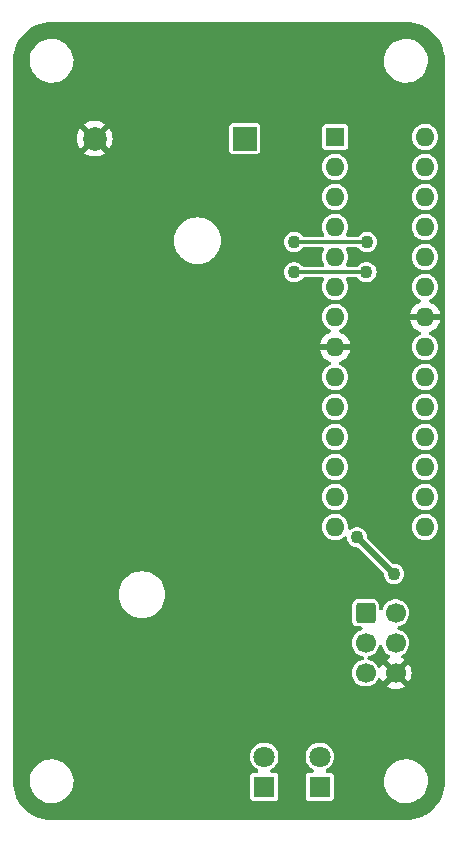
<source format=gbr>
%TF.GenerationSoftware,KiCad,Pcbnew,7.0.10*%
%TF.CreationDate,2024-01-08T16:26:40+01:00*%
%TF.ProjectId,mold_detect,6d6f6c64-5f64-4657-9465-63742e6b6963,rev?*%
%TF.SameCoordinates,Original*%
%TF.FileFunction,Copper,L2,Bot*%
%TF.FilePolarity,Positive*%
%FSLAX46Y46*%
G04 Gerber Fmt 4.6, Leading zero omitted, Abs format (unit mm)*
G04 Created by KiCad (PCBNEW 7.0.10) date 2024-01-08 16:26:40*
%MOMM*%
%LPD*%
G01*
G04 APERTURE LIST*
G04 Aperture macros list*
%AMRoundRect*
0 Rectangle with rounded corners*
0 $1 Rounding radius*
0 $2 $3 $4 $5 $6 $7 $8 $9 X,Y pos of 4 corners*
0 Add a 4 corners polygon primitive as box body*
4,1,4,$2,$3,$4,$5,$6,$7,$8,$9,$2,$3,0*
0 Add four circle primitives for the rounded corners*
1,1,$1+$1,$2,$3*
1,1,$1+$1,$4,$5*
1,1,$1+$1,$6,$7*
1,1,$1+$1,$8,$9*
0 Add four rect primitives between the rounded corners*
20,1,$1+$1,$2,$3,$4,$5,0*
20,1,$1+$1,$4,$5,$6,$7,0*
20,1,$1+$1,$6,$7,$8,$9,0*
20,1,$1+$1,$8,$9,$2,$3,0*%
G04 Aperture macros list end*
%TA.AperFunction,ComponentPad*%
%ADD10R,2.000000X2.000000*%
%TD*%
%TA.AperFunction,ComponentPad*%
%ADD11C,2.000000*%
%TD*%
%TA.AperFunction,ComponentPad*%
%ADD12R,1.800000X1.800000*%
%TD*%
%TA.AperFunction,ComponentPad*%
%ADD13C,1.800000*%
%TD*%
%TA.AperFunction,ComponentPad*%
%ADD14RoundRect,0.250000X-0.600000X-0.600000X0.600000X-0.600000X0.600000X0.600000X-0.600000X0.600000X0*%
%TD*%
%TA.AperFunction,ComponentPad*%
%ADD15C,1.700000*%
%TD*%
%TA.AperFunction,ComponentPad*%
%ADD16R,1.600000X1.600000*%
%TD*%
%TA.AperFunction,ComponentPad*%
%ADD17O,1.600000X1.600000*%
%TD*%
%TA.AperFunction,ViaPad*%
%ADD18C,1.100000*%
%TD*%
%TA.AperFunction,Conductor*%
%ADD19C,0.500000*%
%TD*%
%TA.AperFunction,Conductor*%
%ADD20C,0.300000*%
%TD*%
G04 APERTURE END LIST*
D10*
%TO.P,BT1,1,+*%
%TO.N,Net-(BT1-+)*%
X98350000Y-89600000D03*
D11*
%TO.P,BT1,2,-*%
%TO.N,GND*%
X85650000Y-89600000D03*
%TD*%
D12*
%TO.P,Red1,1,K*%
%TO.N,Net-(Red1-K)*%
X100000000Y-144475000D03*
D13*
%TO.P,Red1,2,A*%
%TO.N,HUM_LED*%
X100000000Y-141935000D03*
%TD*%
D12*
%TO.P,Blue1,1,K*%
%TO.N,Net-(Blue1-K)*%
X104700000Y-144475000D03*
D13*
%TO.P,Blue1,2,A*%
%TO.N,TEMP_LED*%
X104700000Y-141935000D03*
%TD*%
D14*
%TO.P,J1,1,Pin_1*%
%TO.N,MISO*%
X108580000Y-129750000D03*
D15*
%TO.P,J1,2,Pin_2*%
%TO.N,+3V0*%
X111120000Y-129750000D03*
%TO.P,J1,3,Pin_3*%
%TO.N,SCK*%
X108580000Y-132290000D03*
%TO.P,J1,4,Pin_4*%
%TO.N,MOSI*%
X111120000Y-132290000D03*
%TO.P,J1,5,Pin_5*%
%TO.N,RST*%
X108580000Y-134830000D03*
%TO.P,J1,6,Pin_6*%
%TO.N,GND*%
X111120000Y-134830000D03*
%TD*%
D16*
%TO.P,U3,1,~{RESET}/PC6*%
%TO.N,RST*%
X106000000Y-89460000D03*
D17*
%TO.P,U3,2,PD0*%
%TO.N,WAKE_INTR*%
X106000000Y-92000000D03*
%TO.P,U3,3,PD1*%
%TO.N,DONE*%
X106000000Y-94540000D03*
%TO.P,U3,4,PD2*%
%TO.N,unconnected-(U3-PD2-Pad4)*%
X106000000Y-97080000D03*
%TO.P,U3,5,PD3*%
%TO.N,unconnected-(U3-PD3-Pad5)*%
X106000000Y-99620000D03*
%TO.P,U3,6,PD4*%
%TO.N,unconnected-(U3-PD4-Pad6)*%
X106000000Y-102160000D03*
%TO.P,U3,7,VCC*%
%TO.N,+3V0*%
X106000000Y-104700000D03*
%TO.P,U3,8,GND*%
%TO.N,GND*%
X106000000Y-107240000D03*
%TO.P,U3,9,XTAL1/PB6*%
%TO.N,unconnected-(U3-XTAL1{slash}PB6-Pad9)*%
X106000000Y-109780000D03*
%TO.P,U3,10,XTAL2/PB7*%
%TO.N,unconnected-(U3-XTAL2{slash}PB7-Pad10)*%
X106000000Y-112320000D03*
%TO.P,U3,11,PD5*%
%TO.N,HUM_LED*%
X106000000Y-114860000D03*
%TO.P,U3,12,PD6*%
%TO.N,TEMP_LED*%
X106000000Y-117400000D03*
%TO.P,U3,13,PD7*%
%TO.N,unconnected-(U3-PD7-Pad13)*%
X106000000Y-119940000D03*
%TO.P,U3,14,PB0*%
%TO.N,unconnected-(U3-PB0-Pad14)*%
X106000000Y-122480000D03*
%TO.P,U3,15,PB1*%
%TO.N,unconnected-(U3-PB1-Pad15)*%
X113620000Y-122480000D03*
%TO.P,U3,16,PB2*%
%TO.N,unconnected-(U3-PB2-Pad16)*%
X113620000Y-119940000D03*
%TO.P,U3,17,PB3*%
%TO.N,MOSI*%
X113620000Y-117400000D03*
%TO.P,U3,18,PB4*%
%TO.N,MISO*%
X113620000Y-114860000D03*
%TO.P,U3,19,PB5*%
%TO.N,SCK*%
X113620000Y-112320000D03*
%TO.P,U3,20,AVCC*%
%TO.N,unconnected-(U3-AVCC-Pad20)*%
X113620000Y-109780000D03*
%TO.P,U3,21,AREF*%
%TO.N,unconnected-(U3-AREF-Pad21)*%
X113620000Y-107240000D03*
%TO.P,U3,22,GND*%
%TO.N,GND*%
X113620000Y-104700000D03*
%TO.P,U3,23,PC0*%
%TO.N,unconnected-(U3-PC0-Pad23)*%
X113620000Y-102160000D03*
%TO.P,U3,24,PC1*%
%TO.N,unconnected-(U3-PC1-Pad24)*%
X113620000Y-99620000D03*
%TO.P,U3,25,PC2*%
%TO.N,unconnected-(U3-PC2-Pad25)*%
X113620000Y-97080000D03*
%TO.P,U3,26,PC3*%
%TO.N,unconnected-(U3-PC3-Pad26)*%
X113620000Y-94540000D03*
%TO.P,U3,27,PC4*%
%TO.N,SDA*%
X113620000Y-92000000D03*
%TO.P,U3,28,PC5*%
%TO.N,SCL*%
X113620000Y-89460000D03*
%TD*%
D18*
%TO.N,+3V0*%
X107850000Y-123350000D03*
X111000000Y-126450000D03*
%TO.N,GND*%
X88600000Y-82850000D03*
X90550000Y-145550000D03*
X102350000Y-145200000D03*
%TO.N,SCL*%
X108700000Y-98350000D03*
X102550000Y-98350000D03*
%TO.N,SDA*%
X102550000Y-100900000D03*
X108650000Y-100900000D03*
%TD*%
D19*
%TO.N,+3V0*%
X110950000Y-126450000D02*
X111000000Y-126450000D01*
X107850000Y-123350000D02*
X110950000Y-126450000D01*
D20*
%TO.N,SCL*%
X108700000Y-98350000D02*
X102550000Y-98350000D01*
%TO.N,SDA*%
X108640000Y-100890000D02*
X102560000Y-100890000D01*
X108650000Y-100800000D02*
X108640000Y-100790000D01*
X102560000Y-100790000D02*
X102550000Y-100800000D01*
%TD*%
%TA.AperFunction,Conductor*%
%TO.N,GND*%
G36*
X109890776Y-132431643D02*
G01*
X109956969Y-132471231D01*
X109993312Y-132534179D01*
X110042593Y-132707385D01*
X110042594Y-132707387D01*
X110137636Y-132898259D01*
X110266127Y-133068406D01*
X110266128Y-133068407D01*
X110423698Y-133212052D01*
X110604978Y-133324296D01*
X110606630Y-133325319D01*
X110659462Y-133381510D01*
X110677120Y-133456590D01*
X110654873Y-133530440D01*
X110598682Y-133583272D01*
X110591161Y-133587041D01*
X110442424Y-133656398D01*
X110358626Y-133715073D01*
X110987466Y-134343913D01*
X110977685Y-134345320D01*
X110846900Y-134405048D01*
X110738239Y-134499202D01*
X110660507Y-134620156D01*
X110636923Y-134700476D01*
X110005073Y-134068626D01*
X109946398Y-134152424D01*
X109874625Y-134306343D01*
X109825048Y-134365427D01*
X109752571Y-134391806D01*
X109676615Y-134378413D01*
X109617531Y-134328836D01*
X109606205Y-134309787D01*
X109604490Y-134306343D01*
X109562366Y-134221745D01*
X109562364Y-134221743D01*
X109562363Y-134221740D01*
X109433872Y-134051593D01*
X109276302Y-133907948D01*
X109276301Y-133907947D01*
X109095022Y-133795703D01*
X109095016Y-133795700D01*
X108896204Y-133718681D01*
X108896200Y-133718680D01*
X108896198Y-133718679D01*
X108830846Y-133706462D01*
X108761284Y-133673151D01*
X108717696Y-133609521D01*
X108711763Y-133532621D01*
X108745075Y-133463058D01*
X108808705Y-133419470D01*
X108830843Y-133413537D01*
X108896198Y-133401321D01*
X109095019Y-133324298D01*
X109276302Y-133212052D01*
X109433872Y-133068407D01*
X109562366Y-132898255D01*
X109657405Y-132707389D01*
X109706688Y-132534177D01*
X109746276Y-132467986D01*
X109813657Y-132430455D01*
X109890776Y-132431643D01*
G37*
%TD.AperFunction*%
%TA.AperFunction,Conductor*%
G36*
X112003892Y-79700703D02*
G01*
X112337094Y-79718166D01*
X112352599Y-79719795D01*
X112678296Y-79771381D01*
X112693552Y-79774624D01*
X113012079Y-79859973D01*
X113026880Y-79864782D01*
X113334737Y-79982958D01*
X113348980Y-79989299D01*
X113642794Y-80139005D01*
X113656300Y-80146803D01*
X113785739Y-80230861D01*
X113932849Y-80326396D01*
X113945462Y-80335559D01*
X114201729Y-80543081D01*
X114213319Y-80553517D01*
X114446482Y-80786680D01*
X114456918Y-80798270D01*
X114664440Y-81054537D01*
X114673607Y-81067155D01*
X114853196Y-81343699D01*
X114860994Y-81357205D01*
X115010700Y-81651019D01*
X115017043Y-81665267D01*
X115135211Y-81973103D01*
X115140029Y-81987932D01*
X115157301Y-82052390D01*
X115225375Y-82306448D01*
X115228618Y-82321703D01*
X115280203Y-82647397D01*
X115281833Y-82662908D01*
X115299296Y-82996107D01*
X115299500Y-83003905D01*
X115299500Y-143996094D01*
X115299296Y-144003892D01*
X115281833Y-144337091D01*
X115280203Y-144352602D01*
X115228618Y-144678296D01*
X115225375Y-144693551D01*
X115140031Y-145012063D01*
X115135211Y-145026896D01*
X115017043Y-145334732D01*
X115010700Y-145348980D01*
X114860994Y-145642794D01*
X114853196Y-145656300D01*
X114673607Y-145932844D01*
X114664440Y-145945462D01*
X114456918Y-146201729D01*
X114446482Y-146213319D01*
X114213319Y-146446482D01*
X114201729Y-146456918D01*
X113945462Y-146664440D01*
X113932844Y-146673607D01*
X113656300Y-146853196D01*
X113642794Y-146860994D01*
X113348980Y-147010700D01*
X113334732Y-147017043D01*
X113026896Y-147135211D01*
X113012063Y-147140031D01*
X112693551Y-147225375D01*
X112678296Y-147228618D01*
X112352602Y-147280203D01*
X112337091Y-147281833D01*
X112003893Y-147299296D01*
X111996095Y-147299500D01*
X82003905Y-147299500D01*
X81996107Y-147299296D01*
X81662908Y-147281833D01*
X81647397Y-147280203D01*
X81321703Y-147228618D01*
X81306448Y-147225375D01*
X81052390Y-147157301D01*
X80987932Y-147140029D01*
X80973107Y-147135212D01*
X80819185Y-147076127D01*
X80665267Y-147017043D01*
X80651019Y-147010700D01*
X80357205Y-146860994D01*
X80343699Y-146853196D01*
X80067155Y-146673607D01*
X80054537Y-146664440D01*
X79798270Y-146456918D01*
X79786680Y-146446482D01*
X79553517Y-146213319D01*
X79543081Y-146201729D01*
X79335559Y-145945462D01*
X79326392Y-145932844D01*
X79272917Y-145850500D01*
X79162202Y-145680013D01*
X79146803Y-145656300D01*
X79139005Y-145642794D01*
X79006068Y-145381891D01*
X78989297Y-145348976D01*
X78982956Y-145334732D01*
X78964945Y-145287812D01*
X78864782Y-145026880D01*
X78859973Y-145012079D01*
X78774624Y-144693551D01*
X78771381Y-144678296D01*
X78719796Y-144352602D01*
X78718166Y-144337091D01*
X78718161Y-144337005D01*
X78704052Y-144067773D01*
X80145788Y-144067773D01*
X80175412Y-144337005D01*
X80175414Y-144337019D01*
X80243926Y-144599081D01*
X80243928Y-144599088D01*
X80297722Y-144725675D01*
X80349870Y-144848390D01*
X80349875Y-144848399D01*
X80490981Y-145079610D01*
X80490984Y-145079614D01*
X80664247Y-145287812D01*
X80664259Y-145287824D01*
X80865990Y-145468575D01*
X80865999Y-145468583D01*
X80978954Y-145543313D01*
X81091910Y-145618044D01*
X81337176Y-145733020D01*
X81596569Y-145811060D01*
X81864561Y-145850500D01*
X81864568Y-145850500D01*
X82067622Y-145850500D01*
X82067631Y-145850500D01*
X82270156Y-145835677D01*
X82534553Y-145776780D01*
X82787558Y-145680014D01*
X83023777Y-145547441D01*
X83238177Y-145381888D01*
X83426186Y-145186881D01*
X83583799Y-144966579D01*
X83707656Y-144725675D01*
X83795118Y-144469305D01*
X83844319Y-144202933D01*
X83854212Y-143932235D01*
X83824586Y-143662982D01*
X83756072Y-143400912D01*
X83650130Y-143151610D01*
X83591175Y-143055009D01*
X83509018Y-142920389D01*
X83509015Y-142920385D01*
X83335752Y-142712187D01*
X83335740Y-142712175D01*
X83134009Y-142531424D01*
X83134000Y-142531416D01*
X82908090Y-142381956D01*
X82662825Y-142266980D01*
X82517369Y-142223219D01*
X82403431Y-142188940D01*
X82403427Y-142188939D01*
X82403426Y-142188939D01*
X82135446Y-142149501D01*
X82135445Y-142149500D01*
X82135439Y-142149500D01*
X81932369Y-142149500D01*
X81729844Y-142164323D01*
X81729836Y-142164324D01*
X81465449Y-142223219D01*
X81465439Y-142223222D01*
X81212440Y-142319986D01*
X81212438Y-142319987D01*
X80976224Y-142452558D01*
X80976217Y-142452562D01*
X80761830Y-142618105D01*
X80761826Y-142618108D01*
X80573810Y-142813123D01*
X80416201Y-143033419D01*
X80292344Y-143274324D01*
X80292344Y-143274325D01*
X80204886Y-143530680D01*
X80204880Y-143530703D01*
X80155681Y-143797060D01*
X80145788Y-144067773D01*
X78704052Y-144067773D01*
X78700704Y-144003892D01*
X78700500Y-143996094D01*
X78700500Y-141935004D01*
X98794357Y-141935004D01*
X98814884Y-142156531D01*
X98814884Y-142156534D01*
X98875770Y-142370528D01*
X98974939Y-142569685D01*
X98974941Y-142569688D01*
X98974942Y-142569689D01*
X99109019Y-142747236D01*
X99273438Y-142897124D01*
X99437681Y-142998819D01*
X99490513Y-143055009D01*
X99508171Y-143130088D01*
X99485925Y-143203938D01*
X99429733Y-143256771D01*
X99359242Y-143274500D01*
X99055133Y-143274500D01*
X99030010Y-143277414D01*
X99030007Y-143277415D01*
X98927235Y-143322793D01*
X98847793Y-143402235D01*
X98802416Y-143505005D01*
X98802415Y-143505008D01*
X98802415Y-143505009D01*
X98799500Y-143530135D01*
X98799500Y-143530136D01*
X98799500Y-143530140D01*
X98799500Y-145419866D01*
X98802414Y-145444989D01*
X98802415Y-145444992D01*
X98847793Y-145547764D01*
X98847794Y-145547765D01*
X98927235Y-145627206D01*
X99030009Y-145672585D01*
X99055135Y-145675500D01*
X100944864Y-145675499D01*
X100944866Y-145675499D01*
X100957427Y-145674042D01*
X100969991Y-145672585D01*
X101072765Y-145627206D01*
X101152206Y-145547765D01*
X101197585Y-145444991D01*
X101200500Y-145419865D01*
X101200499Y-143530136D01*
X101197585Y-143505009D01*
X101152206Y-143402235D01*
X101072765Y-143322794D01*
X101072764Y-143322793D01*
X100969994Y-143277416D01*
X100969991Y-143277415D01*
X100969982Y-143277414D01*
X100944865Y-143274500D01*
X100944859Y-143274500D01*
X100640758Y-143274500D01*
X100566258Y-143254538D01*
X100511720Y-143200000D01*
X100491758Y-143125500D01*
X100511720Y-143051000D01*
X100562317Y-142998819D01*
X100726562Y-142897124D01*
X100890981Y-142747236D01*
X101025058Y-142569689D01*
X101124229Y-142370528D01*
X101185115Y-142156536D01*
X101205643Y-141935004D01*
X103494357Y-141935004D01*
X103514884Y-142156531D01*
X103514884Y-142156534D01*
X103575770Y-142370528D01*
X103674939Y-142569685D01*
X103674941Y-142569688D01*
X103674942Y-142569689D01*
X103809019Y-142747236D01*
X103973438Y-142897124D01*
X104137681Y-142998819D01*
X104190513Y-143055009D01*
X104208171Y-143130088D01*
X104185925Y-143203938D01*
X104129733Y-143256771D01*
X104059242Y-143274500D01*
X103755133Y-143274500D01*
X103730010Y-143277414D01*
X103730007Y-143277415D01*
X103627235Y-143322793D01*
X103547793Y-143402235D01*
X103502416Y-143505005D01*
X103502415Y-143505008D01*
X103502415Y-143505009D01*
X103499500Y-143530135D01*
X103499500Y-143530136D01*
X103499500Y-143530140D01*
X103499500Y-145419866D01*
X103502414Y-145444989D01*
X103502415Y-145444992D01*
X103547793Y-145547764D01*
X103547794Y-145547765D01*
X103627235Y-145627206D01*
X103730009Y-145672585D01*
X103755135Y-145675500D01*
X105644864Y-145675499D01*
X105644866Y-145675499D01*
X105657427Y-145674042D01*
X105669991Y-145672585D01*
X105772765Y-145627206D01*
X105852206Y-145547765D01*
X105897585Y-145444991D01*
X105900500Y-145419865D01*
X105900499Y-144067773D01*
X110145788Y-144067773D01*
X110175412Y-144337005D01*
X110175414Y-144337019D01*
X110243926Y-144599081D01*
X110243928Y-144599088D01*
X110297722Y-144725675D01*
X110349870Y-144848390D01*
X110349875Y-144848399D01*
X110490981Y-145079610D01*
X110490984Y-145079614D01*
X110664247Y-145287812D01*
X110664259Y-145287824D01*
X110865990Y-145468575D01*
X110865999Y-145468583D01*
X110978954Y-145543313D01*
X111091910Y-145618044D01*
X111337176Y-145733020D01*
X111596569Y-145811060D01*
X111864561Y-145850500D01*
X111864568Y-145850500D01*
X112067622Y-145850500D01*
X112067631Y-145850500D01*
X112270156Y-145835677D01*
X112534553Y-145776780D01*
X112787558Y-145680014D01*
X113023777Y-145547441D01*
X113238177Y-145381888D01*
X113426186Y-145186881D01*
X113583799Y-144966579D01*
X113707656Y-144725675D01*
X113795118Y-144469305D01*
X113844319Y-144202933D01*
X113854212Y-143932235D01*
X113824586Y-143662982D01*
X113756072Y-143400912D01*
X113650130Y-143151610D01*
X113591175Y-143055009D01*
X113509018Y-142920389D01*
X113509015Y-142920385D01*
X113335752Y-142712187D01*
X113335740Y-142712175D01*
X113134009Y-142531424D01*
X113134000Y-142531416D01*
X112908090Y-142381956D01*
X112662825Y-142266980D01*
X112517369Y-142223219D01*
X112403431Y-142188940D01*
X112403427Y-142188939D01*
X112403426Y-142188939D01*
X112135446Y-142149501D01*
X112135445Y-142149500D01*
X112135439Y-142149500D01*
X111932369Y-142149500D01*
X111729844Y-142164323D01*
X111729836Y-142164324D01*
X111465449Y-142223219D01*
X111465439Y-142223222D01*
X111212440Y-142319986D01*
X111212438Y-142319987D01*
X110976224Y-142452558D01*
X110976217Y-142452562D01*
X110761830Y-142618105D01*
X110761826Y-142618108D01*
X110573810Y-142813123D01*
X110416201Y-143033419D01*
X110292344Y-143274324D01*
X110292344Y-143274325D01*
X110204886Y-143530680D01*
X110204880Y-143530703D01*
X110155681Y-143797060D01*
X110145788Y-144067773D01*
X105900499Y-144067773D01*
X105900499Y-143530136D01*
X105897585Y-143505009D01*
X105852206Y-143402235D01*
X105772765Y-143322794D01*
X105772764Y-143322793D01*
X105669994Y-143277416D01*
X105669991Y-143277415D01*
X105669982Y-143277414D01*
X105644865Y-143274500D01*
X105644859Y-143274500D01*
X105340758Y-143274500D01*
X105266258Y-143254538D01*
X105211720Y-143200000D01*
X105191758Y-143125500D01*
X105211720Y-143051000D01*
X105262317Y-142998819D01*
X105426562Y-142897124D01*
X105590981Y-142747236D01*
X105725058Y-142569689D01*
X105824229Y-142370528D01*
X105885115Y-142156536D01*
X105905643Y-141935000D01*
X105885115Y-141713464D01*
X105824229Y-141499472D01*
X105824229Y-141499471D01*
X105725060Y-141300314D01*
X105590980Y-141122763D01*
X105426563Y-140972877D01*
X105426562Y-140972876D01*
X105237401Y-140855753D01*
X105237400Y-140855752D01*
X105237396Y-140855750D01*
X105237394Y-140855749D01*
X105029944Y-140775383D01*
X105029941Y-140775382D01*
X105029940Y-140775382D01*
X104974775Y-140765069D01*
X104811247Y-140734500D01*
X104811243Y-140734500D01*
X104588757Y-140734500D01*
X104588752Y-140734500D01*
X104370055Y-140775383D01*
X104162605Y-140855749D01*
X104162603Y-140855750D01*
X103973436Y-140972877D01*
X103809019Y-141122763D01*
X103674939Y-141300314D01*
X103575770Y-141499471D01*
X103514884Y-141713465D01*
X103514884Y-141713468D01*
X103494357Y-141934995D01*
X103494357Y-141935004D01*
X101205643Y-141935004D01*
X101205643Y-141935000D01*
X101185115Y-141713464D01*
X101124229Y-141499472D01*
X101124229Y-141499471D01*
X101025060Y-141300314D01*
X100890980Y-141122763D01*
X100726563Y-140972877D01*
X100726562Y-140972876D01*
X100537401Y-140855753D01*
X100537400Y-140855752D01*
X100537396Y-140855750D01*
X100537394Y-140855749D01*
X100329944Y-140775383D01*
X100329941Y-140775382D01*
X100329940Y-140775382D01*
X100274775Y-140765069D01*
X100111247Y-140734500D01*
X100111243Y-140734500D01*
X99888757Y-140734500D01*
X99888752Y-140734500D01*
X99670055Y-140775383D01*
X99462605Y-140855749D01*
X99462603Y-140855750D01*
X99273436Y-140972877D01*
X99109019Y-141122763D01*
X98974939Y-141300314D01*
X98875770Y-141499471D01*
X98814884Y-141713465D01*
X98814884Y-141713468D01*
X98794357Y-141934995D01*
X98794357Y-141935004D01*
X78700500Y-141935004D01*
X78700500Y-134830004D01*
X107424571Y-134830004D01*
X107444243Y-135042305D01*
X107444243Y-135042307D01*
X107444244Y-135042310D01*
X107463441Y-135109782D01*
X107502593Y-135247385D01*
X107502594Y-135247387D01*
X107597636Y-135438259D01*
X107726127Y-135608406D01*
X107883697Y-135752051D01*
X107883698Y-135752052D01*
X108064977Y-135864296D01*
X108064983Y-135864299D01*
X108152189Y-135898082D01*
X108263802Y-135941321D01*
X108473390Y-135980500D01*
X108473393Y-135980500D01*
X108686607Y-135980500D01*
X108686610Y-135980500D01*
X108896198Y-135941321D01*
X109095019Y-135864298D01*
X109276302Y-135752052D01*
X109433872Y-135608407D01*
X109562366Y-135438255D01*
X109606206Y-135350210D01*
X109657282Y-135292420D01*
X109730411Y-135267909D01*
X109805999Y-135283246D01*
X109863791Y-135334323D01*
X109874625Y-135353656D01*
X109946397Y-135507573D01*
X109946399Y-135507578D01*
X110005073Y-135591372D01*
X110636922Y-134959522D01*
X110660507Y-135039844D01*
X110738239Y-135160798D01*
X110846900Y-135254952D01*
X110977685Y-135314680D01*
X110987466Y-135316086D01*
X110358625Y-135944926D01*
X110442419Y-136003598D01*
X110442420Y-136003599D01*
X110656508Y-136103430D01*
X110656510Y-136103431D01*
X110884678Y-136164568D01*
X110884677Y-136164568D01*
X111119999Y-136185157D01*
X111120001Y-136185157D01*
X111355321Y-136164568D01*
X111583489Y-136103431D01*
X111583491Y-136103430D01*
X111797580Y-136003598D01*
X111797586Y-136003595D01*
X111881373Y-135944926D01*
X111252533Y-135316086D01*
X111262315Y-135314680D01*
X111393100Y-135254952D01*
X111501761Y-135160798D01*
X111579493Y-135039844D01*
X111603077Y-134959523D01*
X112234926Y-135591372D01*
X112293595Y-135507586D01*
X112293598Y-135507580D01*
X112393430Y-135293491D01*
X112393431Y-135293489D01*
X112454568Y-135065321D01*
X112475157Y-134830000D01*
X112475157Y-134829999D01*
X112454568Y-134594678D01*
X112393431Y-134366512D01*
X112293597Y-134152418D01*
X112234925Y-134068626D01*
X111603076Y-134700475D01*
X111579493Y-134620156D01*
X111501761Y-134499202D01*
X111393100Y-134405048D01*
X111262315Y-134345320D01*
X111252531Y-134343913D01*
X111881372Y-133715073D01*
X111797578Y-133656399D01*
X111797573Y-133656396D01*
X111648839Y-133587041D01*
X111589755Y-133537464D01*
X111563376Y-133464987D01*
X111576769Y-133389031D01*
X111626346Y-133329947D01*
X111633370Y-133325319D01*
X111635022Y-133324296D01*
X111816302Y-133212052D01*
X111973872Y-133068407D01*
X112102366Y-132898255D01*
X112197405Y-132707389D01*
X112255756Y-132502310D01*
X112275429Y-132290000D01*
X112255756Y-132077690D01*
X112197405Y-131872611D01*
X112102366Y-131681745D01*
X112102364Y-131681743D01*
X112102363Y-131681740D01*
X111973872Y-131511593D01*
X111816302Y-131367948D01*
X111816301Y-131367947D01*
X111635022Y-131255703D01*
X111635016Y-131255700D01*
X111436204Y-131178681D01*
X111436200Y-131178680D01*
X111436198Y-131178679D01*
X111370846Y-131166462D01*
X111301284Y-131133151D01*
X111257696Y-131069521D01*
X111251763Y-130992621D01*
X111285075Y-130923058D01*
X111348705Y-130879470D01*
X111370843Y-130873537D01*
X111436198Y-130861321D01*
X111635019Y-130784298D01*
X111816302Y-130672052D01*
X111973872Y-130528407D01*
X112102366Y-130358255D01*
X112197405Y-130167389D01*
X112255756Y-129962310D01*
X112275429Y-129750000D01*
X112255756Y-129537690D01*
X112197405Y-129332611D01*
X112102366Y-129141745D01*
X112102364Y-129141743D01*
X112102363Y-129141740D01*
X111973872Y-128971593D01*
X111816302Y-128827948D01*
X111816301Y-128827947D01*
X111635022Y-128715703D01*
X111635016Y-128715700D01*
X111436204Y-128638681D01*
X111436200Y-128638680D01*
X111436198Y-128638679D01*
X111394280Y-128630843D01*
X111226614Y-128599500D01*
X111226610Y-128599500D01*
X111013390Y-128599500D01*
X111013385Y-128599500D01*
X110803802Y-128638679D01*
X110803795Y-128638681D01*
X110604983Y-128715700D01*
X110604977Y-128715703D01*
X110423698Y-128827947D01*
X110423697Y-128827948D01*
X110266127Y-128971593D01*
X110137636Y-129141740D01*
X110042594Y-129332612D01*
X110042593Y-129332614D01*
X110022812Y-129402139D01*
X109983224Y-129468332D01*
X109915843Y-129505863D01*
X109838724Y-129504675D01*
X109772531Y-129465087D01*
X109735000Y-129397706D01*
X109730500Y-129361363D01*
X109730500Y-129106899D01*
X109730500Y-129106898D01*
X109719877Y-129018436D01*
X109664361Y-128877658D01*
X109626664Y-128827947D01*
X109572923Y-128757079D01*
X109572920Y-128757076D01*
X109518357Y-128715700D01*
X109452342Y-128665639D01*
X109452341Y-128665638D01*
X109311563Y-128610122D01*
X109223105Y-128599500D01*
X109223102Y-128599500D01*
X107936898Y-128599500D01*
X107936894Y-128599500D01*
X107848436Y-128610122D01*
X107707658Y-128665638D01*
X107707658Y-128665639D01*
X107587079Y-128757076D01*
X107587076Y-128757079D01*
X107495639Y-128877658D01*
X107495638Y-128877658D01*
X107440122Y-129018436D01*
X107429500Y-129106894D01*
X107429500Y-130393105D01*
X107440122Y-130481563D01*
X107495638Y-130622341D01*
X107533334Y-130672051D01*
X107587078Y-130742922D01*
X107707658Y-130834361D01*
X107848436Y-130889877D01*
X107936898Y-130900500D01*
X107936899Y-130900500D01*
X108184785Y-130900500D01*
X108259285Y-130920462D01*
X108313823Y-130975000D01*
X108333785Y-131049500D01*
X108313823Y-131124000D01*
X108259285Y-131178538D01*
X108238610Y-131188438D01*
X108064983Y-131255700D01*
X108064977Y-131255703D01*
X107883698Y-131367947D01*
X107883697Y-131367948D01*
X107726127Y-131511593D01*
X107597636Y-131681740D01*
X107502594Y-131872612D01*
X107502593Y-131872614D01*
X107444243Y-132077694D01*
X107424571Y-132289995D01*
X107424571Y-132290004D01*
X107444243Y-132502305D01*
X107502593Y-132707385D01*
X107502594Y-132707387D01*
X107597636Y-132898259D01*
X107726127Y-133068406D01*
X107883697Y-133212051D01*
X107883698Y-133212052D01*
X108064977Y-133324296D01*
X108064983Y-133324299D01*
X108152189Y-133358082D01*
X108263802Y-133401321D01*
X108329152Y-133413537D01*
X108398716Y-133446849D01*
X108442303Y-133510480D01*
X108448236Y-133587379D01*
X108414924Y-133656943D01*
X108351293Y-133700530D01*
X108329153Y-133706462D01*
X108283092Y-133715073D01*
X108263802Y-133718679D01*
X108263795Y-133718681D01*
X108064983Y-133795700D01*
X108064977Y-133795703D01*
X107883698Y-133907947D01*
X107883697Y-133907948D01*
X107726127Y-134051593D01*
X107597636Y-134221740D01*
X107502594Y-134412612D01*
X107502593Y-134412614D01*
X107444243Y-134617694D01*
X107424571Y-134829995D01*
X107424571Y-134830004D01*
X78700500Y-134830004D01*
X78700500Y-128210006D01*
X87669454Y-128210006D01*
X87689611Y-128491846D01*
X87689613Y-128491863D01*
X87749678Y-128767978D01*
X87749679Y-128767982D01*
X87749680Y-128767984D01*
X87848432Y-129032749D01*
X87848433Y-129032750D01*
X87983856Y-129280761D01*
X88153202Y-129506981D01*
X88353018Y-129706797D01*
X88579238Y-129876143D01*
X88703243Y-129943854D01*
X88827251Y-130011568D01*
X89092016Y-130110320D01*
X89368139Y-130170387D01*
X89579447Y-130185500D01*
X89579451Y-130185500D01*
X89720549Y-130185500D01*
X89720553Y-130185500D01*
X89931861Y-130170387D01*
X90207984Y-130110320D01*
X90472749Y-130011568D01*
X90671335Y-129903130D01*
X90720761Y-129876143D01*
X90720764Y-129876141D01*
X90946982Y-129706797D01*
X91146797Y-129506982D01*
X91316141Y-129280764D01*
X91451568Y-129032749D01*
X91550320Y-128767984D01*
X91610387Y-128491861D01*
X91630546Y-128210000D01*
X91630546Y-128209993D01*
X91610388Y-127928153D01*
X91610387Y-127928139D01*
X91550320Y-127652016D01*
X91451568Y-127387251D01*
X91344195Y-127190612D01*
X91316143Y-127139238D01*
X91146797Y-126913018D01*
X90946981Y-126713202D01*
X90720761Y-126543856D01*
X90534752Y-126442288D01*
X90472749Y-126408432D01*
X90207984Y-126309680D01*
X90207982Y-126309679D01*
X90207978Y-126309678D01*
X89931863Y-126249613D01*
X89931846Y-126249611D01*
X89720564Y-126234500D01*
X89720553Y-126234500D01*
X89579447Y-126234500D01*
X89579435Y-126234500D01*
X89368153Y-126249611D01*
X89368136Y-126249613D01*
X89092021Y-126309678D01*
X89092016Y-126309680D01*
X88827251Y-126408432D01*
X88827249Y-126408432D01*
X88827249Y-126408433D01*
X88579238Y-126543856D01*
X88353018Y-126713202D01*
X88353017Y-126713204D01*
X88153204Y-126913017D01*
X88153202Y-126913018D01*
X87983856Y-127139238D01*
X87848433Y-127387249D01*
X87749678Y-127652021D01*
X87689613Y-127928136D01*
X87689611Y-127928153D01*
X87669454Y-128209993D01*
X87669454Y-128210006D01*
X78700500Y-128210006D01*
X78700500Y-122480004D01*
X104894785Y-122480004D01*
X104913602Y-122683078D01*
X104913602Y-122683080D01*
X104913603Y-122683083D01*
X104922535Y-122714474D01*
X104969416Y-122879245D01*
X105060328Y-123061823D01*
X105141174Y-123168880D01*
X105183236Y-123224579D01*
X105320819Y-123350002D01*
X105333958Y-123361980D01*
X105333963Y-123361984D01*
X105507356Y-123469344D01*
X105507367Y-123469350D01*
X105623332Y-123514274D01*
X105697544Y-123543024D01*
X105898024Y-123580500D01*
X105898027Y-123580500D01*
X106101973Y-123580500D01*
X106101976Y-123580500D01*
X106302456Y-123543024D01*
X106492637Y-123469348D01*
X106666041Y-123361981D01*
X106749455Y-123285938D01*
X106817957Y-123250502D01*
X106895003Y-123254063D01*
X106959946Y-123295671D01*
X106995384Y-123364175D01*
X106998018Y-123380477D01*
X107013502Y-123527801D01*
X107030625Y-123580499D01*
X107068750Y-123697835D01*
X107068751Y-123697836D01*
X107158143Y-123852669D01*
X107277768Y-123985524D01*
X107277770Y-123985526D01*
X107422407Y-124090612D01*
X107585733Y-124163329D01*
X107734525Y-124194955D01*
X107760608Y-124200500D01*
X107760609Y-124200500D01*
X107860257Y-124200500D01*
X107934757Y-124220462D01*
X107965616Y-124244141D01*
X110104374Y-126382898D01*
X110142938Y-126449693D01*
X110147199Y-126472682D01*
X110163502Y-126627801D01*
X110218748Y-126797829D01*
X110218750Y-126797835D01*
X110218751Y-126797836D01*
X110308143Y-126952669D01*
X110427768Y-127085524D01*
X110427770Y-127085526D01*
X110572407Y-127190612D01*
X110735733Y-127263329D01*
X110884525Y-127294955D01*
X110910608Y-127300500D01*
X110910609Y-127300500D01*
X111089392Y-127300500D01*
X111112089Y-127295675D01*
X111264267Y-127263329D01*
X111427593Y-127190612D01*
X111572230Y-127085526D01*
X111640538Y-127009661D01*
X111691856Y-126952669D01*
X111691857Y-126952667D01*
X111691859Y-126952665D01*
X111781250Y-126797835D01*
X111836497Y-126627803D01*
X111855185Y-126450000D01*
X111836497Y-126272197D01*
X111781250Y-126102165D01*
X111691859Y-125947335D01*
X111691858Y-125947334D01*
X111691856Y-125947330D01*
X111572231Y-125814475D01*
X111427593Y-125709388D01*
X111427588Y-125709385D01*
X111264275Y-125636674D01*
X111264271Y-125636672D01*
X111264267Y-125636671D01*
X111147683Y-125611890D01*
X111089392Y-125599500D01*
X111089391Y-125599500D01*
X110939743Y-125599500D01*
X110865243Y-125579538D01*
X110834384Y-125555859D01*
X108748147Y-123469623D01*
X108709583Y-123402828D01*
X108706043Y-123357810D01*
X108705185Y-123357810D01*
X108705185Y-123350002D01*
X108695102Y-123254063D01*
X108686497Y-123172197D01*
X108631250Y-123002165D01*
X108541859Y-122847335D01*
X108541858Y-122847334D01*
X108541856Y-122847330D01*
X108422231Y-122714475D01*
X108379017Y-122683078D01*
X108277593Y-122609388D01*
X108277591Y-122609387D01*
X108277588Y-122609385D01*
X108114275Y-122536674D01*
X108114271Y-122536672D01*
X108114267Y-122536671D01*
X107997683Y-122511890D01*
X107939392Y-122499500D01*
X107939391Y-122499500D01*
X107760609Y-122499500D01*
X107760608Y-122499500D01*
X107673171Y-122518085D01*
X107585733Y-122536671D01*
X107585730Y-122536672D01*
X107585728Y-122536673D01*
X107422409Y-122609387D01*
X107335780Y-122672326D01*
X107263774Y-122699965D01*
X107187596Y-122687899D01*
X107127656Y-122639360D01*
X107100017Y-122567354D01*
X107099837Y-122538038D01*
X107105215Y-122480004D01*
X112514785Y-122480004D01*
X112533602Y-122683078D01*
X112533602Y-122683080D01*
X112533603Y-122683083D01*
X112542535Y-122714474D01*
X112589416Y-122879245D01*
X112680328Y-123061823D01*
X112761174Y-123168880D01*
X112803236Y-123224579D01*
X112940819Y-123350002D01*
X112953958Y-123361980D01*
X112953963Y-123361984D01*
X113127356Y-123469344D01*
X113127367Y-123469350D01*
X113243332Y-123514274D01*
X113317544Y-123543024D01*
X113518024Y-123580500D01*
X113518027Y-123580500D01*
X113721973Y-123580500D01*
X113721976Y-123580500D01*
X113922456Y-123543024D01*
X114112637Y-123469348D01*
X114286041Y-123361981D01*
X114436764Y-123224579D01*
X114559673Y-123061821D01*
X114650582Y-122879250D01*
X114706397Y-122683083D01*
X114719838Y-122538031D01*
X114725215Y-122480004D01*
X114725215Y-122479995D01*
X114706397Y-122276921D01*
X114706397Y-122276917D01*
X114650582Y-122080750D01*
X114559673Y-121898179D01*
X114436764Y-121735421D01*
X114286041Y-121598019D01*
X114286036Y-121598015D01*
X114112643Y-121490655D01*
X114112632Y-121490649D01*
X113922462Y-121416978D01*
X113922458Y-121416977D01*
X113922456Y-121416976D01*
X113882360Y-121409480D01*
X113721980Y-121379500D01*
X113721976Y-121379500D01*
X113518024Y-121379500D01*
X113518019Y-121379500D01*
X113317544Y-121416976D01*
X113317537Y-121416978D01*
X113127367Y-121490649D01*
X113127356Y-121490655D01*
X112953963Y-121598015D01*
X112953958Y-121598019D01*
X112803234Y-121735423D01*
X112680328Y-121898176D01*
X112589416Y-122080754D01*
X112533602Y-122276921D01*
X112514785Y-122479995D01*
X112514785Y-122480004D01*
X107105215Y-122480004D01*
X107105215Y-122480000D01*
X107086397Y-122276917D01*
X107030582Y-122080750D01*
X106939673Y-121898179D01*
X106816764Y-121735421D01*
X106666041Y-121598019D01*
X106666036Y-121598015D01*
X106492643Y-121490655D01*
X106492632Y-121490649D01*
X106302462Y-121416978D01*
X106302458Y-121416977D01*
X106302456Y-121416976D01*
X106262360Y-121409480D01*
X106101980Y-121379500D01*
X106101976Y-121379500D01*
X105898024Y-121379500D01*
X105898019Y-121379500D01*
X105697544Y-121416976D01*
X105697537Y-121416978D01*
X105507367Y-121490649D01*
X105507356Y-121490655D01*
X105333963Y-121598015D01*
X105333958Y-121598019D01*
X105183234Y-121735423D01*
X105060328Y-121898176D01*
X104969416Y-122080754D01*
X104913602Y-122276921D01*
X104894785Y-122479995D01*
X104894785Y-122480004D01*
X78700500Y-122480004D01*
X78700500Y-119940004D01*
X104894785Y-119940004D01*
X104913602Y-120143078D01*
X104969416Y-120339245D01*
X105060328Y-120521823D01*
X105141174Y-120628880D01*
X105183236Y-120684579D01*
X105333958Y-120821980D01*
X105333963Y-120821984D01*
X105507356Y-120929344D01*
X105507367Y-120929350D01*
X105623332Y-120974274D01*
X105697544Y-121003024D01*
X105898024Y-121040500D01*
X105898027Y-121040500D01*
X106101973Y-121040500D01*
X106101976Y-121040500D01*
X106302456Y-121003024D01*
X106492637Y-120929348D01*
X106666041Y-120821981D01*
X106816764Y-120684579D01*
X106939673Y-120521821D01*
X107030582Y-120339250D01*
X107086397Y-120143083D01*
X107105215Y-119940004D01*
X112514785Y-119940004D01*
X112533602Y-120143078D01*
X112589416Y-120339245D01*
X112680328Y-120521823D01*
X112761174Y-120628880D01*
X112803236Y-120684579D01*
X112953958Y-120821980D01*
X112953963Y-120821984D01*
X113127356Y-120929344D01*
X113127367Y-120929350D01*
X113243332Y-120974274D01*
X113317544Y-121003024D01*
X113518024Y-121040500D01*
X113518027Y-121040500D01*
X113721973Y-121040500D01*
X113721976Y-121040500D01*
X113922456Y-121003024D01*
X114112637Y-120929348D01*
X114286041Y-120821981D01*
X114436764Y-120684579D01*
X114559673Y-120521821D01*
X114650582Y-120339250D01*
X114706397Y-120143083D01*
X114725215Y-119940000D01*
X114706397Y-119736917D01*
X114650582Y-119540750D01*
X114559673Y-119358179D01*
X114436764Y-119195421D01*
X114286041Y-119058019D01*
X114286036Y-119058015D01*
X114112643Y-118950655D01*
X114112632Y-118950649D01*
X113922462Y-118876978D01*
X113922458Y-118876977D01*
X113922456Y-118876976D01*
X113882360Y-118869480D01*
X113721980Y-118839500D01*
X113721976Y-118839500D01*
X113518024Y-118839500D01*
X113518019Y-118839500D01*
X113317544Y-118876976D01*
X113317537Y-118876978D01*
X113127367Y-118950649D01*
X113127356Y-118950655D01*
X112953963Y-119058015D01*
X112953958Y-119058019D01*
X112803234Y-119195423D01*
X112680328Y-119358176D01*
X112589416Y-119540754D01*
X112533602Y-119736921D01*
X112514785Y-119939995D01*
X112514785Y-119940004D01*
X107105215Y-119940004D01*
X107105215Y-119940000D01*
X107086397Y-119736917D01*
X107030582Y-119540750D01*
X106939673Y-119358179D01*
X106816764Y-119195421D01*
X106666041Y-119058019D01*
X106666036Y-119058015D01*
X106492643Y-118950655D01*
X106492632Y-118950649D01*
X106302462Y-118876978D01*
X106302458Y-118876977D01*
X106302456Y-118876976D01*
X106262360Y-118869480D01*
X106101980Y-118839500D01*
X106101976Y-118839500D01*
X105898024Y-118839500D01*
X105898019Y-118839500D01*
X105697544Y-118876976D01*
X105697537Y-118876978D01*
X105507367Y-118950649D01*
X105507356Y-118950655D01*
X105333963Y-119058015D01*
X105333958Y-119058019D01*
X105183234Y-119195423D01*
X105060328Y-119358176D01*
X104969416Y-119540754D01*
X104913602Y-119736921D01*
X104894785Y-119939995D01*
X104894785Y-119940004D01*
X78700500Y-119940004D01*
X78700500Y-117400004D01*
X104894785Y-117400004D01*
X104913602Y-117603078D01*
X104969416Y-117799245D01*
X105060328Y-117981823D01*
X105141174Y-118088880D01*
X105183236Y-118144579D01*
X105333958Y-118281980D01*
X105333963Y-118281984D01*
X105507356Y-118389344D01*
X105507367Y-118389350D01*
X105623332Y-118434274D01*
X105697544Y-118463024D01*
X105898024Y-118500500D01*
X105898027Y-118500500D01*
X106101973Y-118500500D01*
X106101976Y-118500500D01*
X106302456Y-118463024D01*
X106492637Y-118389348D01*
X106666041Y-118281981D01*
X106816764Y-118144579D01*
X106939673Y-117981821D01*
X107030582Y-117799250D01*
X107086397Y-117603083D01*
X107105215Y-117400004D01*
X112514785Y-117400004D01*
X112533602Y-117603078D01*
X112589416Y-117799245D01*
X112680328Y-117981823D01*
X112761174Y-118088880D01*
X112803236Y-118144579D01*
X112953958Y-118281980D01*
X112953963Y-118281984D01*
X113127356Y-118389344D01*
X113127367Y-118389350D01*
X113243332Y-118434274D01*
X113317544Y-118463024D01*
X113518024Y-118500500D01*
X113518027Y-118500500D01*
X113721973Y-118500500D01*
X113721976Y-118500500D01*
X113922456Y-118463024D01*
X114112637Y-118389348D01*
X114286041Y-118281981D01*
X114436764Y-118144579D01*
X114559673Y-117981821D01*
X114650582Y-117799250D01*
X114706397Y-117603083D01*
X114725215Y-117400000D01*
X114706397Y-117196917D01*
X114650582Y-117000750D01*
X114559673Y-116818179D01*
X114436764Y-116655421D01*
X114286041Y-116518019D01*
X114286036Y-116518015D01*
X114112643Y-116410655D01*
X114112632Y-116410649D01*
X113922462Y-116336978D01*
X113922458Y-116336977D01*
X113922456Y-116336976D01*
X113882360Y-116329480D01*
X113721980Y-116299500D01*
X113721976Y-116299500D01*
X113518024Y-116299500D01*
X113518019Y-116299500D01*
X113317544Y-116336976D01*
X113317537Y-116336978D01*
X113127367Y-116410649D01*
X113127356Y-116410655D01*
X112953963Y-116518015D01*
X112953958Y-116518019D01*
X112803234Y-116655423D01*
X112680328Y-116818176D01*
X112589416Y-117000754D01*
X112533602Y-117196921D01*
X112514785Y-117399995D01*
X112514785Y-117400004D01*
X107105215Y-117400004D01*
X107105215Y-117400000D01*
X107086397Y-117196917D01*
X107030582Y-117000750D01*
X106939673Y-116818179D01*
X106816764Y-116655421D01*
X106666041Y-116518019D01*
X106666036Y-116518015D01*
X106492643Y-116410655D01*
X106492632Y-116410649D01*
X106302462Y-116336978D01*
X106302458Y-116336977D01*
X106302456Y-116336976D01*
X106262360Y-116329480D01*
X106101980Y-116299500D01*
X106101976Y-116299500D01*
X105898024Y-116299500D01*
X105898019Y-116299500D01*
X105697544Y-116336976D01*
X105697537Y-116336978D01*
X105507367Y-116410649D01*
X105507356Y-116410655D01*
X105333963Y-116518015D01*
X105333958Y-116518019D01*
X105183234Y-116655423D01*
X105060328Y-116818176D01*
X104969416Y-117000754D01*
X104913602Y-117196921D01*
X104894785Y-117399995D01*
X104894785Y-117400004D01*
X78700500Y-117400004D01*
X78700500Y-114860004D01*
X104894785Y-114860004D01*
X104913602Y-115063078D01*
X104969416Y-115259245D01*
X105060328Y-115441823D01*
X105141174Y-115548880D01*
X105183236Y-115604579D01*
X105333958Y-115741980D01*
X105333963Y-115741984D01*
X105507356Y-115849344D01*
X105507367Y-115849350D01*
X105623332Y-115894274D01*
X105697544Y-115923024D01*
X105898024Y-115960500D01*
X105898027Y-115960500D01*
X106101973Y-115960500D01*
X106101976Y-115960500D01*
X106302456Y-115923024D01*
X106492637Y-115849348D01*
X106666041Y-115741981D01*
X106816764Y-115604579D01*
X106939673Y-115441821D01*
X107030582Y-115259250D01*
X107086397Y-115063083D01*
X107105215Y-114860004D01*
X112514785Y-114860004D01*
X112533602Y-115063078D01*
X112589416Y-115259245D01*
X112680328Y-115441823D01*
X112761174Y-115548880D01*
X112803236Y-115604579D01*
X112953958Y-115741980D01*
X112953963Y-115741984D01*
X113127356Y-115849344D01*
X113127367Y-115849350D01*
X113243332Y-115894274D01*
X113317544Y-115923024D01*
X113518024Y-115960500D01*
X113518027Y-115960500D01*
X113721973Y-115960500D01*
X113721976Y-115960500D01*
X113922456Y-115923024D01*
X114112637Y-115849348D01*
X114286041Y-115741981D01*
X114436764Y-115604579D01*
X114559673Y-115441821D01*
X114650582Y-115259250D01*
X114706397Y-115063083D01*
X114725215Y-114860000D01*
X114706397Y-114656917D01*
X114650582Y-114460750D01*
X114559673Y-114278179D01*
X114436764Y-114115421D01*
X114286041Y-113978019D01*
X114286036Y-113978015D01*
X114112643Y-113870655D01*
X114112632Y-113870649D01*
X113922462Y-113796978D01*
X113922458Y-113796977D01*
X113922456Y-113796976D01*
X113882360Y-113789480D01*
X113721980Y-113759500D01*
X113721976Y-113759500D01*
X113518024Y-113759500D01*
X113518019Y-113759500D01*
X113317544Y-113796976D01*
X113317537Y-113796978D01*
X113127367Y-113870649D01*
X113127356Y-113870655D01*
X112953963Y-113978015D01*
X112953958Y-113978019D01*
X112803234Y-114115423D01*
X112680328Y-114278176D01*
X112589416Y-114460754D01*
X112533602Y-114656921D01*
X112514785Y-114859995D01*
X112514785Y-114860004D01*
X107105215Y-114860004D01*
X107105215Y-114860000D01*
X107086397Y-114656917D01*
X107030582Y-114460750D01*
X106939673Y-114278179D01*
X106816764Y-114115421D01*
X106666041Y-113978019D01*
X106666036Y-113978015D01*
X106492643Y-113870655D01*
X106492632Y-113870649D01*
X106302462Y-113796978D01*
X106302458Y-113796977D01*
X106302456Y-113796976D01*
X106262360Y-113789480D01*
X106101980Y-113759500D01*
X106101976Y-113759500D01*
X105898024Y-113759500D01*
X105898019Y-113759500D01*
X105697544Y-113796976D01*
X105697537Y-113796978D01*
X105507367Y-113870649D01*
X105507356Y-113870655D01*
X105333963Y-113978015D01*
X105333958Y-113978019D01*
X105183234Y-114115423D01*
X105060328Y-114278176D01*
X104969416Y-114460754D01*
X104913602Y-114656921D01*
X104894785Y-114859995D01*
X104894785Y-114860004D01*
X78700500Y-114860004D01*
X78700500Y-112320004D01*
X104894785Y-112320004D01*
X104913602Y-112523078D01*
X104969416Y-112719245D01*
X105060328Y-112901823D01*
X105141174Y-113008880D01*
X105183236Y-113064579D01*
X105333958Y-113201980D01*
X105333963Y-113201984D01*
X105507356Y-113309344D01*
X105507367Y-113309350D01*
X105623332Y-113354274D01*
X105697544Y-113383024D01*
X105898024Y-113420500D01*
X105898027Y-113420500D01*
X106101973Y-113420500D01*
X106101976Y-113420500D01*
X106302456Y-113383024D01*
X106492637Y-113309348D01*
X106666041Y-113201981D01*
X106816764Y-113064579D01*
X106939673Y-112901821D01*
X107030582Y-112719250D01*
X107086397Y-112523083D01*
X107105215Y-112320004D01*
X112514785Y-112320004D01*
X112533602Y-112523078D01*
X112589416Y-112719245D01*
X112680328Y-112901823D01*
X112761174Y-113008880D01*
X112803236Y-113064579D01*
X112953958Y-113201980D01*
X112953963Y-113201984D01*
X113127356Y-113309344D01*
X113127367Y-113309350D01*
X113243332Y-113354274D01*
X113317544Y-113383024D01*
X113518024Y-113420500D01*
X113518027Y-113420500D01*
X113721973Y-113420500D01*
X113721976Y-113420500D01*
X113922456Y-113383024D01*
X114112637Y-113309348D01*
X114286041Y-113201981D01*
X114436764Y-113064579D01*
X114559673Y-112901821D01*
X114650582Y-112719250D01*
X114706397Y-112523083D01*
X114725215Y-112320000D01*
X114706397Y-112116917D01*
X114650582Y-111920750D01*
X114559673Y-111738179D01*
X114436764Y-111575421D01*
X114286041Y-111438019D01*
X114286036Y-111438015D01*
X114112643Y-111330655D01*
X114112632Y-111330649D01*
X113922462Y-111256978D01*
X113922458Y-111256977D01*
X113922456Y-111256976D01*
X113882360Y-111249480D01*
X113721980Y-111219500D01*
X113721976Y-111219500D01*
X113518024Y-111219500D01*
X113518019Y-111219500D01*
X113317544Y-111256976D01*
X113317537Y-111256978D01*
X113127367Y-111330649D01*
X113127356Y-111330655D01*
X112953963Y-111438015D01*
X112953958Y-111438019D01*
X112803234Y-111575423D01*
X112680328Y-111738176D01*
X112589416Y-111920754D01*
X112533602Y-112116921D01*
X112514785Y-112319995D01*
X112514785Y-112320004D01*
X107105215Y-112320004D01*
X107105215Y-112320000D01*
X107086397Y-112116917D01*
X107030582Y-111920750D01*
X106939673Y-111738179D01*
X106816764Y-111575421D01*
X106666041Y-111438019D01*
X106666036Y-111438015D01*
X106492643Y-111330655D01*
X106492632Y-111330649D01*
X106302462Y-111256978D01*
X106302458Y-111256977D01*
X106302456Y-111256976D01*
X106262360Y-111249480D01*
X106101980Y-111219500D01*
X106101976Y-111219500D01*
X105898024Y-111219500D01*
X105898019Y-111219500D01*
X105697544Y-111256976D01*
X105697537Y-111256978D01*
X105507367Y-111330649D01*
X105507356Y-111330655D01*
X105333963Y-111438015D01*
X105333958Y-111438019D01*
X105183234Y-111575423D01*
X105060328Y-111738176D01*
X104969416Y-111920754D01*
X104913602Y-112116921D01*
X104894785Y-112319995D01*
X104894785Y-112320004D01*
X78700500Y-112320004D01*
X78700500Y-106989999D01*
X104721127Y-106989999D01*
X104721128Y-106990000D01*
X105684314Y-106990000D01*
X105672359Y-107001955D01*
X105614835Y-107114852D01*
X105595014Y-107240000D01*
X105614835Y-107365148D01*
X105672359Y-107478045D01*
X105684314Y-107490000D01*
X104721128Y-107490000D01*
X104773732Y-107686323D01*
X104773733Y-107686325D01*
X104869862Y-107892477D01*
X104869865Y-107892482D01*
X105000339Y-108078817D01*
X105161182Y-108239660D01*
X105347517Y-108370134D01*
X105347522Y-108370137D01*
X105553674Y-108466266D01*
X105553681Y-108466268D01*
X105580636Y-108473491D01*
X105647431Y-108512054D01*
X105685996Y-108578848D01*
X105685997Y-108655976D01*
X105647434Y-108722771D01*
X105595900Y-108756352D01*
X105507364Y-108790651D01*
X105507356Y-108790655D01*
X105333963Y-108898015D01*
X105333958Y-108898019D01*
X105183234Y-109035423D01*
X105060328Y-109198176D01*
X104969416Y-109380754D01*
X104913602Y-109576921D01*
X104894785Y-109779995D01*
X104894785Y-109780004D01*
X104913602Y-109983078D01*
X104969416Y-110179245D01*
X105060328Y-110361823D01*
X105141174Y-110468880D01*
X105183236Y-110524579D01*
X105333958Y-110661980D01*
X105333963Y-110661984D01*
X105507356Y-110769344D01*
X105507367Y-110769350D01*
X105623332Y-110814274D01*
X105697544Y-110843024D01*
X105898024Y-110880500D01*
X105898027Y-110880500D01*
X106101973Y-110880500D01*
X106101976Y-110880500D01*
X106302456Y-110843024D01*
X106492637Y-110769348D01*
X106666041Y-110661981D01*
X106816764Y-110524579D01*
X106939673Y-110361821D01*
X107030582Y-110179250D01*
X107086397Y-109983083D01*
X107105215Y-109780004D01*
X112514785Y-109780004D01*
X112533602Y-109983078D01*
X112589416Y-110179245D01*
X112680328Y-110361823D01*
X112761174Y-110468880D01*
X112803236Y-110524579D01*
X112953958Y-110661980D01*
X112953963Y-110661984D01*
X113127356Y-110769344D01*
X113127367Y-110769350D01*
X113243332Y-110814274D01*
X113317544Y-110843024D01*
X113518024Y-110880500D01*
X113518027Y-110880500D01*
X113721973Y-110880500D01*
X113721976Y-110880500D01*
X113922456Y-110843024D01*
X114112637Y-110769348D01*
X114286041Y-110661981D01*
X114436764Y-110524579D01*
X114559673Y-110361821D01*
X114650582Y-110179250D01*
X114706397Y-109983083D01*
X114725215Y-109780000D01*
X114706397Y-109576917D01*
X114650582Y-109380750D01*
X114559673Y-109198179D01*
X114436764Y-109035421D01*
X114286041Y-108898019D01*
X114286036Y-108898015D01*
X114112643Y-108790655D01*
X114112632Y-108790649D01*
X113922462Y-108716978D01*
X113922458Y-108716977D01*
X113922456Y-108716976D01*
X113882360Y-108709480D01*
X113721980Y-108679500D01*
X113721976Y-108679500D01*
X113518024Y-108679500D01*
X113518019Y-108679500D01*
X113317544Y-108716976D01*
X113317537Y-108716978D01*
X113127367Y-108790649D01*
X113127356Y-108790655D01*
X112953963Y-108898015D01*
X112953958Y-108898019D01*
X112803234Y-109035423D01*
X112680328Y-109198176D01*
X112589416Y-109380754D01*
X112533602Y-109576921D01*
X112514785Y-109779995D01*
X112514785Y-109780004D01*
X107105215Y-109780004D01*
X107105215Y-109780000D01*
X107086397Y-109576917D01*
X107030582Y-109380750D01*
X106939673Y-109198179D01*
X106816764Y-109035421D01*
X106666041Y-108898019D01*
X106666036Y-108898015D01*
X106492643Y-108790655D01*
X106492631Y-108790649D01*
X106404100Y-108756352D01*
X106341842Y-108710825D01*
X106310688Y-108640269D01*
X106318987Y-108563589D01*
X106364514Y-108501331D01*
X106419364Y-108473490D01*
X106446326Y-108466266D01*
X106652477Y-108370137D01*
X106652482Y-108370134D01*
X106838817Y-108239660D01*
X106999660Y-108078817D01*
X107130134Y-107892482D01*
X107130137Y-107892477D01*
X107226266Y-107686325D01*
X107226267Y-107686323D01*
X107278872Y-107490000D01*
X106315686Y-107490000D01*
X106327641Y-107478045D01*
X106385165Y-107365148D01*
X106404986Y-107240000D01*
X106385165Y-107114852D01*
X106327641Y-107001955D01*
X106315686Y-106990000D01*
X107278872Y-106990000D01*
X107278872Y-106989999D01*
X107226267Y-106793676D01*
X107226266Y-106793674D01*
X107130137Y-106587522D01*
X107130134Y-106587517D01*
X106999660Y-106401182D01*
X106838817Y-106240339D01*
X106652482Y-106109865D01*
X106652477Y-106109862D01*
X106446325Y-106013733D01*
X106419360Y-106006508D01*
X106352565Y-105967943D01*
X106314002Y-105901148D01*
X106314002Y-105824020D01*
X106352567Y-105757225D01*
X106404098Y-105723647D01*
X106492637Y-105689348D01*
X106666041Y-105581981D01*
X106816764Y-105444579D01*
X106939673Y-105281821D01*
X107030582Y-105099250D01*
X107086397Y-104903083D01*
X107105215Y-104700000D01*
X107086397Y-104496917D01*
X107073048Y-104449999D01*
X112341127Y-104449999D01*
X112341128Y-104450000D01*
X113304314Y-104450000D01*
X113292359Y-104461955D01*
X113234835Y-104574852D01*
X113215014Y-104700000D01*
X113234835Y-104825148D01*
X113292359Y-104938045D01*
X113304314Y-104950000D01*
X112341128Y-104950000D01*
X112393732Y-105146323D01*
X112393733Y-105146325D01*
X112489862Y-105352477D01*
X112489865Y-105352482D01*
X112620339Y-105538817D01*
X112781182Y-105699660D01*
X112967517Y-105830134D01*
X112967522Y-105830137D01*
X113173674Y-105926266D01*
X113173681Y-105926268D01*
X113200636Y-105933491D01*
X113267431Y-105972054D01*
X113305996Y-106038848D01*
X113305997Y-106115976D01*
X113267434Y-106182771D01*
X113215900Y-106216352D01*
X113127364Y-106250651D01*
X113127356Y-106250655D01*
X112953963Y-106358015D01*
X112953958Y-106358019D01*
X112803234Y-106495423D01*
X112680328Y-106658176D01*
X112589416Y-106840754D01*
X112533602Y-107036921D01*
X112514785Y-107239995D01*
X112514785Y-107240004D01*
X112533602Y-107443078D01*
X112589416Y-107639245D01*
X112589417Y-107639247D01*
X112589418Y-107639250D01*
X112680327Y-107821821D01*
X112680328Y-107821823D01*
X112761174Y-107928880D01*
X112803236Y-107984579D01*
X112953958Y-108121980D01*
X112953963Y-108121984D01*
X113127356Y-108229344D01*
X113127367Y-108229350D01*
X113243332Y-108274274D01*
X113317544Y-108303024D01*
X113518024Y-108340500D01*
X113518027Y-108340500D01*
X113721973Y-108340500D01*
X113721976Y-108340500D01*
X113922456Y-108303024D01*
X114112637Y-108229348D01*
X114286041Y-108121981D01*
X114436764Y-107984579D01*
X114559673Y-107821821D01*
X114650582Y-107639250D01*
X114706397Y-107443083D01*
X114725215Y-107240000D01*
X114706397Y-107036917D01*
X114650582Y-106840750D01*
X114559673Y-106658179D01*
X114436764Y-106495421D01*
X114286041Y-106358019D01*
X114286036Y-106358015D01*
X114112643Y-106250655D01*
X114112631Y-106250649D01*
X114024100Y-106216352D01*
X113961842Y-106170825D01*
X113930688Y-106100269D01*
X113938987Y-106023589D01*
X113984514Y-105961331D01*
X114039364Y-105933490D01*
X114066326Y-105926266D01*
X114272477Y-105830137D01*
X114272482Y-105830134D01*
X114458817Y-105699660D01*
X114619660Y-105538817D01*
X114750134Y-105352482D01*
X114750137Y-105352477D01*
X114846266Y-105146325D01*
X114846267Y-105146323D01*
X114898872Y-104950000D01*
X113935686Y-104950000D01*
X113947641Y-104938045D01*
X114005165Y-104825148D01*
X114024986Y-104700000D01*
X114005165Y-104574852D01*
X113947641Y-104461955D01*
X113935686Y-104450000D01*
X114898872Y-104450000D01*
X114898872Y-104449999D01*
X114846267Y-104253676D01*
X114846266Y-104253674D01*
X114750137Y-104047522D01*
X114750134Y-104047517D01*
X114619660Y-103861182D01*
X114458817Y-103700339D01*
X114272482Y-103569865D01*
X114272477Y-103569862D01*
X114066325Y-103473733D01*
X114039360Y-103466508D01*
X113972565Y-103427943D01*
X113934002Y-103361148D01*
X113934002Y-103284020D01*
X113972567Y-103217225D01*
X114024098Y-103183647D01*
X114112637Y-103149348D01*
X114286041Y-103041981D01*
X114436764Y-102904579D01*
X114559673Y-102741821D01*
X114650582Y-102559250D01*
X114706397Y-102363083D01*
X114725215Y-102160000D01*
X114706397Y-101956917D01*
X114650582Y-101760750D01*
X114559673Y-101578179D01*
X114557895Y-101575825D01*
X114492706Y-101489500D01*
X114436764Y-101415421D01*
X114286041Y-101278019D01*
X114286036Y-101278015D01*
X114112643Y-101170655D01*
X114112632Y-101170649D01*
X113922462Y-101096978D01*
X113922458Y-101096977D01*
X113922456Y-101096976D01*
X113882360Y-101089480D01*
X113721980Y-101059500D01*
X113721976Y-101059500D01*
X113518024Y-101059500D01*
X113518019Y-101059500D01*
X113317544Y-101096976D01*
X113317537Y-101096978D01*
X113127367Y-101170649D01*
X113127356Y-101170655D01*
X112953963Y-101278015D01*
X112953958Y-101278019D01*
X112803234Y-101415423D01*
X112680328Y-101578176D01*
X112589416Y-101760754D01*
X112533602Y-101956921D01*
X112514785Y-102159995D01*
X112514785Y-102160004D01*
X112533602Y-102363078D01*
X112589416Y-102559245D01*
X112680328Y-102741823D01*
X112761174Y-102848880D01*
X112803236Y-102904579D01*
X112953958Y-103041980D01*
X112953963Y-103041984D01*
X113127356Y-103149344D01*
X113127358Y-103149345D01*
X113127363Y-103149348D01*
X113215901Y-103183647D01*
X113278157Y-103229173D01*
X113309311Y-103299729D01*
X113301013Y-103376410D01*
X113255486Y-103438668D01*
X113200640Y-103466507D01*
X113173682Y-103473730D01*
X113173674Y-103473733D01*
X112967522Y-103569862D01*
X112967517Y-103569865D01*
X112781182Y-103700339D01*
X112620339Y-103861182D01*
X112489865Y-104047517D01*
X112489862Y-104047522D01*
X112393733Y-104253674D01*
X112393732Y-104253676D01*
X112341127Y-104449999D01*
X107073048Y-104449999D01*
X107030582Y-104300750D01*
X106939673Y-104118179D01*
X106816764Y-103955421D01*
X106666041Y-103818019D01*
X106666036Y-103818015D01*
X106492643Y-103710655D01*
X106492632Y-103710649D01*
X106302462Y-103636978D01*
X106302458Y-103636977D01*
X106302456Y-103636976D01*
X106262360Y-103629480D01*
X106101980Y-103599500D01*
X106101976Y-103599500D01*
X105898024Y-103599500D01*
X105898019Y-103599500D01*
X105697544Y-103636976D01*
X105697537Y-103636978D01*
X105507367Y-103710649D01*
X105507356Y-103710655D01*
X105333963Y-103818015D01*
X105333958Y-103818019D01*
X105183234Y-103955423D01*
X105060328Y-104118176D01*
X104969416Y-104300754D01*
X104913602Y-104496921D01*
X104894785Y-104699995D01*
X104894785Y-104700004D01*
X104913602Y-104903078D01*
X104969416Y-105099245D01*
X104969417Y-105099247D01*
X104969418Y-105099250D01*
X105060327Y-105281821D01*
X105060328Y-105281823D01*
X105141174Y-105388880D01*
X105183236Y-105444579D01*
X105333958Y-105581980D01*
X105333963Y-105581984D01*
X105507356Y-105689344D01*
X105507358Y-105689345D01*
X105507363Y-105689348D01*
X105595901Y-105723647D01*
X105658157Y-105769173D01*
X105689311Y-105839729D01*
X105681013Y-105916410D01*
X105635486Y-105978668D01*
X105580640Y-106006507D01*
X105553682Y-106013730D01*
X105553674Y-106013733D01*
X105347522Y-106109862D01*
X105347517Y-106109865D01*
X105161182Y-106240339D01*
X105000339Y-106401182D01*
X104869865Y-106587517D01*
X104869862Y-106587522D01*
X104773733Y-106793674D01*
X104773732Y-106793676D01*
X104721127Y-106989999D01*
X78700500Y-106989999D01*
X78700500Y-100900000D01*
X101694815Y-100900000D01*
X101713502Y-101077800D01*
X101713503Y-101077803D01*
X101768750Y-101247835D01*
X101786177Y-101278019D01*
X101858143Y-101402669D01*
X101977768Y-101535524D01*
X101977770Y-101535526D01*
X102122407Y-101640612D01*
X102285733Y-101713329D01*
X102434525Y-101744955D01*
X102460608Y-101750500D01*
X102460609Y-101750500D01*
X102639392Y-101750500D01*
X102662089Y-101745675D01*
X102814267Y-101713329D01*
X102977593Y-101640612D01*
X103122230Y-101535526D01*
X103241859Y-101402665D01*
X103241863Y-101402657D01*
X103242396Y-101401926D01*
X103242873Y-101401539D01*
X103247085Y-101396862D01*
X103247825Y-101397528D01*
X103302333Y-101353385D01*
X103362944Y-101340500D01*
X104940582Y-101340500D01*
X105015082Y-101360462D01*
X105069620Y-101415000D01*
X105089582Y-101489500D01*
X105069620Y-101564000D01*
X105061783Y-101575825D01*
X105060332Y-101578168D01*
X104969416Y-101760754D01*
X104913602Y-101956921D01*
X104894785Y-102159995D01*
X104894785Y-102160004D01*
X104913602Y-102363078D01*
X104969416Y-102559245D01*
X105060328Y-102741823D01*
X105141174Y-102848880D01*
X105183236Y-102904579D01*
X105333958Y-103041980D01*
X105333963Y-103041984D01*
X105507356Y-103149344D01*
X105507367Y-103149350D01*
X105595897Y-103183646D01*
X105697544Y-103223024D01*
X105898024Y-103260500D01*
X105898027Y-103260500D01*
X106101973Y-103260500D01*
X106101976Y-103260500D01*
X106302456Y-103223024D01*
X106492637Y-103149348D01*
X106666041Y-103041981D01*
X106816764Y-102904579D01*
X106939673Y-102741821D01*
X107030582Y-102559250D01*
X107086397Y-102363083D01*
X107105215Y-102160000D01*
X107086397Y-101956917D01*
X107030582Y-101760750D01*
X106939673Y-101578179D01*
X106939671Y-101578176D01*
X106939667Y-101578168D01*
X106936047Y-101572322D01*
X106937360Y-101571508D01*
X106911548Y-101507818D01*
X106922200Y-101431429D01*
X106969619Y-101370600D01*
X107041100Y-101341630D01*
X107059418Y-101340500D01*
X107837056Y-101340500D01*
X107911556Y-101360462D01*
X107952447Y-101397282D01*
X107952915Y-101396862D01*
X107956920Y-101401310D01*
X107957604Y-101401926D01*
X107958144Y-101402669D01*
X108077768Y-101535524D01*
X108077770Y-101535526D01*
X108222407Y-101640612D01*
X108385733Y-101713329D01*
X108534525Y-101744955D01*
X108560608Y-101750500D01*
X108560609Y-101750500D01*
X108739392Y-101750500D01*
X108762089Y-101745675D01*
X108914267Y-101713329D01*
X109077593Y-101640612D01*
X109222230Y-101535526D01*
X109330372Y-101415423D01*
X109341856Y-101402669D01*
X109341857Y-101402667D01*
X109341859Y-101402665D01*
X109431250Y-101247835D01*
X109486497Y-101077803D01*
X109505185Y-100900000D01*
X109486497Y-100722197D01*
X109431250Y-100552165D01*
X109341859Y-100397335D01*
X109341858Y-100397334D01*
X109341856Y-100397330D01*
X109222231Y-100264475D01*
X109077593Y-100159388D01*
X109077588Y-100159385D01*
X108914275Y-100086674D01*
X108914271Y-100086672D01*
X108914267Y-100086671D01*
X108797683Y-100061890D01*
X108739392Y-100049500D01*
X108739391Y-100049500D01*
X108560609Y-100049500D01*
X108560608Y-100049500D01*
X108473171Y-100068085D01*
X108385733Y-100086671D01*
X108385730Y-100086672D01*
X108385728Y-100086673D01*
X108222409Y-100159387D01*
X108077771Y-100264472D01*
X108077769Y-100264474D01*
X107964564Y-100390201D01*
X107899879Y-100432208D01*
X107853836Y-100439500D01*
X107059418Y-100439500D01*
X106984918Y-100419538D01*
X106930380Y-100365000D01*
X106910418Y-100290500D01*
X106930380Y-100216000D01*
X106938216Y-100204174D01*
X106939667Y-100201831D01*
X106939671Y-100201823D01*
X106939673Y-100201821D01*
X107030582Y-100019250D01*
X107086397Y-99823083D01*
X107105215Y-99620004D01*
X112514785Y-99620004D01*
X112533602Y-99823078D01*
X112589416Y-100019245D01*
X112589417Y-100019247D01*
X112589418Y-100019250D01*
X112622991Y-100086674D01*
X112680328Y-100201823D01*
X112691034Y-100216000D01*
X112803236Y-100364579D01*
X112885421Y-100439500D01*
X112953958Y-100501980D01*
X112953963Y-100501984D01*
X113127356Y-100609344D01*
X113127367Y-100609350D01*
X113243332Y-100654274D01*
X113317544Y-100683024D01*
X113518024Y-100720500D01*
X113518027Y-100720500D01*
X113721973Y-100720500D01*
X113721976Y-100720500D01*
X113922456Y-100683024D01*
X114112637Y-100609348D01*
X114286041Y-100501981D01*
X114436764Y-100364579D01*
X114559673Y-100201821D01*
X114650582Y-100019250D01*
X114706397Y-99823083D01*
X114725215Y-99620000D01*
X114717522Y-99536982D01*
X114706397Y-99416921D01*
X114706397Y-99416917D01*
X114650582Y-99220750D01*
X114559673Y-99038179D01*
X114557895Y-99035825D01*
X114492706Y-98949500D01*
X114436764Y-98875421D01*
X114286041Y-98738019D01*
X114286036Y-98738015D01*
X114112643Y-98630655D01*
X114112632Y-98630649D01*
X113922462Y-98556978D01*
X113922458Y-98556977D01*
X113922456Y-98556976D01*
X113882360Y-98549480D01*
X113721980Y-98519500D01*
X113721976Y-98519500D01*
X113518024Y-98519500D01*
X113518019Y-98519500D01*
X113317544Y-98556976D01*
X113317537Y-98556978D01*
X113127367Y-98630649D01*
X113127356Y-98630655D01*
X112953963Y-98738015D01*
X112953958Y-98738019D01*
X112803234Y-98875423D01*
X112680328Y-99038176D01*
X112589416Y-99220754D01*
X112533602Y-99416921D01*
X112514785Y-99619995D01*
X112514785Y-99620004D01*
X107105215Y-99620004D01*
X107105215Y-99620000D01*
X107097522Y-99536982D01*
X107086397Y-99416921D01*
X107086397Y-99416917D01*
X107030582Y-99220750D01*
X106939673Y-99038179D01*
X106939671Y-99038176D01*
X106939667Y-99038168D01*
X106936047Y-99032322D01*
X106937360Y-99031508D01*
X106911548Y-98967818D01*
X106922200Y-98891429D01*
X106969619Y-98830600D01*
X107041100Y-98801630D01*
X107059418Y-98800500D01*
X107894832Y-98800500D01*
X107969332Y-98820462D01*
X108005560Y-98849799D01*
X108127768Y-98985524D01*
X108127770Y-98985526D01*
X108272407Y-99090612D01*
X108435733Y-99163329D01*
X108584525Y-99194955D01*
X108610608Y-99200500D01*
X108610609Y-99200500D01*
X108789392Y-99200500D01*
X108812089Y-99195675D01*
X108964267Y-99163329D01*
X109127593Y-99090612D01*
X109272230Y-98985526D01*
X109371368Y-98875423D01*
X109391856Y-98852669D01*
X109391857Y-98852667D01*
X109391859Y-98852665D01*
X109481250Y-98697835D01*
X109536497Y-98527803D01*
X109555185Y-98350000D01*
X109536497Y-98172197D01*
X109481250Y-98002165D01*
X109391859Y-97847335D01*
X109391858Y-97847334D01*
X109391856Y-97847330D01*
X109272231Y-97714475D01*
X109227562Y-97682021D01*
X109127593Y-97609388D01*
X109127591Y-97609387D01*
X109127588Y-97609385D01*
X108964275Y-97536674D01*
X108964271Y-97536672D01*
X108964267Y-97536671D01*
X108847683Y-97511890D01*
X108789392Y-97499500D01*
X108789391Y-97499500D01*
X108610609Y-97499500D01*
X108610608Y-97499500D01*
X108523171Y-97518085D01*
X108435733Y-97536671D01*
X108435730Y-97536672D01*
X108435728Y-97536673D01*
X108272409Y-97609387D01*
X108127771Y-97714472D01*
X108127769Y-97714474D01*
X108005560Y-97850201D01*
X107940875Y-97892208D01*
X107894832Y-97899500D01*
X107059418Y-97899500D01*
X106984918Y-97879538D01*
X106930380Y-97825000D01*
X106910418Y-97750500D01*
X106930380Y-97676000D01*
X106938216Y-97664174D01*
X106939667Y-97661831D01*
X106939671Y-97661823D01*
X106939673Y-97661821D01*
X107030582Y-97479250D01*
X107086397Y-97283083D01*
X107105215Y-97080004D01*
X112514785Y-97080004D01*
X112533602Y-97283078D01*
X112589416Y-97479245D01*
X112589417Y-97479247D01*
X112589418Y-97479250D01*
X112618010Y-97536671D01*
X112680328Y-97661823D01*
X112720089Y-97714475D01*
X112803236Y-97824579D01*
X112885421Y-97899500D01*
X112953958Y-97961980D01*
X112953963Y-97961984D01*
X113127356Y-98069344D01*
X113127367Y-98069350D01*
X113243332Y-98114274D01*
X113317544Y-98143024D01*
X113518024Y-98180500D01*
X113518027Y-98180500D01*
X113721973Y-98180500D01*
X113721976Y-98180500D01*
X113922456Y-98143024D01*
X114112637Y-98069348D01*
X114286041Y-97961981D01*
X114436764Y-97824579D01*
X114559673Y-97661821D01*
X114650582Y-97479250D01*
X114706397Y-97283083D01*
X114725215Y-97080000D01*
X114706397Y-96876917D01*
X114650582Y-96680750D01*
X114559673Y-96498179D01*
X114436764Y-96335421D01*
X114286041Y-96198019D01*
X114286036Y-96198015D01*
X114112643Y-96090655D01*
X114112632Y-96090649D01*
X113922462Y-96016978D01*
X113922458Y-96016977D01*
X113922456Y-96016976D01*
X113882360Y-96009480D01*
X113721980Y-95979500D01*
X113721976Y-95979500D01*
X113518024Y-95979500D01*
X113518019Y-95979500D01*
X113317544Y-96016976D01*
X113317537Y-96016978D01*
X113127367Y-96090649D01*
X113127356Y-96090655D01*
X112953963Y-96198015D01*
X112953958Y-96198019D01*
X112803234Y-96335423D01*
X112680328Y-96498176D01*
X112589416Y-96680754D01*
X112533602Y-96876921D01*
X112514785Y-97079995D01*
X112514785Y-97080004D01*
X107105215Y-97080004D01*
X107105215Y-97080000D01*
X107086397Y-96876917D01*
X107030582Y-96680750D01*
X106939673Y-96498179D01*
X106816764Y-96335421D01*
X106666041Y-96198019D01*
X106666036Y-96198015D01*
X106492643Y-96090655D01*
X106492632Y-96090649D01*
X106302462Y-96016978D01*
X106302458Y-96016977D01*
X106302456Y-96016976D01*
X106262360Y-96009480D01*
X106101980Y-95979500D01*
X106101976Y-95979500D01*
X105898024Y-95979500D01*
X105898019Y-95979500D01*
X105697544Y-96016976D01*
X105697537Y-96016978D01*
X105507367Y-96090649D01*
X105507356Y-96090655D01*
X105333963Y-96198015D01*
X105333958Y-96198019D01*
X105183234Y-96335423D01*
X105060328Y-96498176D01*
X104969416Y-96680754D01*
X104913602Y-96876921D01*
X104894785Y-97079995D01*
X104894785Y-97080004D01*
X104913602Y-97283078D01*
X104969416Y-97479245D01*
X104969417Y-97479247D01*
X104969418Y-97479250D01*
X104998010Y-97536671D01*
X105060332Y-97661831D01*
X105063953Y-97667678D01*
X105062639Y-97668491D01*
X105088452Y-97732182D01*
X105077800Y-97808571D01*
X105030381Y-97869400D01*
X104958900Y-97898370D01*
X104940582Y-97899500D01*
X103355168Y-97899500D01*
X103280668Y-97879538D01*
X103244440Y-97850201D01*
X103122231Y-97714475D01*
X103077562Y-97682021D01*
X102977593Y-97609388D01*
X102977591Y-97609387D01*
X102977588Y-97609385D01*
X102814275Y-97536674D01*
X102814271Y-97536672D01*
X102814267Y-97536671D01*
X102697683Y-97511890D01*
X102639392Y-97499500D01*
X102639391Y-97499500D01*
X102460609Y-97499500D01*
X102460608Y-97499500D01*
X102373171Y-97518085D01*
X102285733Y-97536671D01*
X102285730Y-97536672D01*
X102285728Y-97536673D01*
X102122409Y-97609387D01*
X101977771Y-97714472D01*
X101977769Y-97714474D01*
X101858143Y-97847330D01*
X101768751Y-98002163D01*
X101768748Y-98002170D01*
X101713502Y-98172199D01*
X101694815Y-98350000D01*
X101713502Y-98527800D01*
X101713503Y-98527803D01*
X101768750Y-98697835D01*
X101768751Y-98697836D01*
X101858143Y-98852669D01*
X101977768Y-98985524D01*
X101977770Y-98985526D01*
X102122407Y-99090612D01*
X102285733Y-99163329D01*
X102434525Y-99194955D01*
X102460608Y-99200500D01*
X102460609Y-99200500D01*
X102639392Y-99200500D01*
X102662089Y-99195675D01*
X102814267Y-99163329D01*
X102977593Y-99090612D01*
X103122230Y-98985526D01*
X103221368Y-98875423D01*
X103244440Y-98849799D01*
X103309125Y-98807792D01*
X103355168Y-98800500D01*
X104940582Y-98800500D01*
X105015082Y-98820462D01*
X105069620Y-98875000D01*
X105089582Y-98949500D01*
X105069620Y-99024000D01*
X105061783Y-99035825D01*
X105060332Y-99038168D01*
X104969416Y-99220754D01*
X104913602Y-99416921D01*
X104894785Y-99619995D01*
X104894785Y-99620004D01*
X104913602Y-99823078D01*
X104969416Y-100019245D01*
X104969417Y-100019247D01*
X104969418Y-100019250D01*
X105029704Y-100140321D01*
X105060332Y-100201831D01*
X105063953Y-100207678D01*
X105062639Y-100208491D01*
X105088452Y-100272182D01*
X105077800Y-100348571D01*
X105030381Y-100409400D01*
X104958900Y-100438370D01*
X104940582Y-100439500D01*
X103346164Y-100439500D01*
X103271664Y-100419538D01*
X103235436Y-100390201D01*
X103122231Y-100264475D01*
X102977593Y-100159388D01*
X102977588Y-100159385D01*
X102814275Y-100086674D01*
X102814271Y-100086672D01*
X102814267Y-100086671D01*
X102697683Y-100061890D01*
X102639392Y-100049500D01*
X102639391Y-100049500D01*
X102460609Y-100049500D01*
X102460608Y-100049500D01*
X102373171Y-100068085D01*
X102285733Y-100086671D01*
X102285730Y-100086672D01*
X102285728Y-100086673D01*
X102122409Y-100159387D01*
X101977771Y-100264472D01*
X101977769Y-100264474D01*
X101858143Y-100397330D01*
X101768751Y-100552163D01*
X101768748Y-100552170D01*
X101713502Y-100722199D01*
X101694815Y-100900000D01*
X78700500Y-100900000D01*
X78700500Y-98240006D01*
X92369454Y-98240006D01*
X92389611Y-98521846D01*
X92389613Y-98521863D01*
X92449678Y-98797978D01*
X92449679Y-98797982D01*
X92449680Y-98797984D01*
X92548432Y-99062749D01*
X92563648Y-99090614D01*
X92683856Y-99310761D01*
X92853202Y-99536981D01*
X93053018Y-99736797D01*
X93279238Y-99906143D01*
X93403243Y-99973854D01*
X93527251Y-100041568D01*
X93792016Y-100140320D01*
X94068139Y-100200387D01*
X94279447Y-100215500D01*
X94279451Y-100215500D01*
X94420549Y-100215500D01*
X94420553Y-100215500D01*
X94631861Y-100200387D01*
X94907984Y-100140320D01*
X95172749Y-100041568D01*
X95371335Y-99933130D01*
X95420761Y-99906143D01*
X95420764Y-99906141D01*
X95646982Y-99736797D01*
X95846797Y-99536982D01*
X96016141Y-99310764D01*
X96151568Y-99062749D01*
X96250320Y-98797984D01*
X96310387Y-98521861D01*
X96330546Y-98240000D01*
X96330546Y-98239993D01*
X96310388Y-97958153D01*
X96310387Y-97958139D01*
X96250320Y-97682016D01*
X96151568Y-97417251D01*
X96078304Y-97283078D01*
X96016143Y-97169238D01*
X95846797Y-96943018D01*
X95646981Y-96743202D01*
X95420761Y-96573856D01*
X95234752Y-96472288D01*
X95172749Y-96438432D01*
X94907984Y-96339680D01*
X94907982Y-96339679D01*
X94907978Y-96339678D01*
X94631863Y-96279613D01*
X94631846Y-96279611D01*
X94420564Y-96264500D01*
X94420553Y-96264500D01*
X94279447Y-96264500D01*
X94279435Y-96264500D01*
X94068153Y-96279611D01*
X94068136Y-96279613D01*
X93792021Y-96339678D01*
X93792016Y-96339680D01*
X93527251Y-96438432D01*
X93527249Y-96438432D01*
X93527249Y-96438433D01*
X93279238Y-96573856D01*
X93053018Y-96743202D01*
X93053017Y-96743204D01*
X92853204Y-96943017D01*
X92853202Y-96943018D01*
X92683856Y-97169238D01*
X92548433Y-97417249D01*
X92548432Y-97417251D01*
X92525308Y-97479250D01*
X92449678Y-97682021D01*
X92389613Y-97958136D01*
X92389611Y-97958153D01*
X92369454Y-98239993D01*
X92369454Y-98240006D01*
X78700500Y-98240006D01*
X78700500Y-94540004D01*
X104894785Y-94540004D01*
X104913602Y-94743078D01*
X104969416Y-94939245D01*
X105060328Y-95121823D01*
X105141174Y-95228880D01*
X105183236Y-95284579D01*
X105333958Y-95421980D01*
X105333963Y-95421984D01*
X105507356Y-95529344D01*
X105507367Y-95529350D01*
X105623332Y-95574274D01*
X105697544Y-95603024D01*
X105898024Y-95640500D01*
X105898027Y-95640500D01*
X106101973Y-95640500D01*
X106101976Y-95640500D01*
X106302456Y-95603024D01*
X106492637Y-95529348D01*
X106666041Y-95421981D01*
X106816764Y-95284579D01*
X106939673Y-95121821D01*
X107030582Y-94939250D01*
X107086397Y-94743083D01*
X107105215Y-94540004D01*
X112514785Y-94540004D01*
X112533602Y-94743078D01*
X112589416Y-94939245D01*
X112680328Y-95121823D01*
X112761174Y-95228880D01*
X112803236Y-95284579D01*
X112953958Y-95421980D01*
X112953963Y-95421984D01*
X113127356Y-95529344D01*
X113127367Y-95529350D01*
X113243332Y-95574274D01*
X113317544Y-95603024D01*
X113518024Y-95640500D01*
X113518027Y-95640500D01*
X113721973Y-95640500D01*
X113721976Y-95640500D01*
X113922456Y-95603024D01*
X114112637Y-95529348D01*
X114286041Y-95421981D01*
X114436764Y-95284579D01*
X114559673Y-95121821D01*
X114650582Y-94939250D01*
X114706397Y-94743083D01*
X114725215Y-94540000D01*
X114706397Y-94336917D01*
X114650582Y-94140750D01*
X114559673Y-93958179D01*
X114436764Y-93795421D01*
X114286041Y-93658019D01*
X114286036Y-93658015D01*
X114112643Y-93550655D01*
X114112632Y-93550649D01*
X113922462Y-93476978D01*
X113922458Y-93476977D01*
X113922456Y-93476976D01*
X113882360Y-93469480D01*
X113721980Y-93439500D01*
X113721976Y-93439500D01*
X113518024Y-93439500D01*
X113518019Y-93439500D01*
X113317544Y-93476976D01*
X113317537Y-93476978D01*
X113127367Y-93550649D01*
X113127356Y-93550655D01*
X112953963Y-93658015D01*
X112953958Y-93658019D01*
X112803234Y-93795423D01*
X112680328Y-93958176D01*
X112589416Y-94140754D01*
X112533602Y-94336921D01*
X112514785Y-94539995D01*
X112514785Y-94540004D01*
X107105215Y-94540004D01*
X107105215Y-94540000D01*
X107086397Y-94336917D01*
X107030582Y-94140750D01*
X106939673Y-93958179D01*
X106816764Y-93795421D01*
X106666041Y-93658019D01*
X106666036Y-93658015D01*
X106492643Y-93550655D01*
X106492632Y-93550649D01*
X106302462Y-93476978D01*
X106302458Y-93476977D01*
X106302456Y-93476976D01*
X106262360Y-93469480D01*
X106101980Y-93439500D01*
X106101976Y-93439500D01*
X105898024Y-93439500D01*
X105898019Y-93439500D01*
X105697544Y-93476976D01*
X105697537Y-93476978D01*
X105507367Y-93550649D01*
X105507356Y-93550655D01*
X105333963Y-93658015D01*
X105333958Y-93658019D01*
X105183234Y-93795423D01*
X105060328Y-93958176D01*
X104969416Y-94140754D01*
X104913602Y-94336921D01*
X104894785Y-94539995D01*
X104894785Y-94540004D01*
X78700500Y-94540004D01*
X78700500Y-92000004D01*
X104894785Y-92000004D01*
X104913602Y-92203078D01*
X104969416Y-92399245D01*
X105060328Y-92581823D01*
X105141174Y-92688880D01*
X105183236Y-92744579D01*
X105333958Y-92881980D01*
X105333963Y-92881984D01*
X105507356Y-92989344D01*
X105507367Y-92989350D01*
X105623332Y-93034274D01*
X105697544Y-93063024D01*
X105898024Y-93100500D01*
X105898027Y-93100500D01*
X106101973Y-93100500D01*
X106101976Y-93100500D01*
X106302456Y-93063024D01*
X106492637Y-92989348D01*
X106666041Y-92881981D01*
X106816764Y-92744579D01*
X106939673Y-92581821D01*
X107030582Y-92399250D01*
X107086397Y-92203083D01*
X107105215Y-92000004D01*
X112514785Y-92000004D01*
X112533602Y-92203078D01*
X112589416Y-92399245D01*
X112680328Y-92581823D01*
X112761174Y-92688880D01*
X112803236Y-92744579D01*
X112953958Y-92881980D01*
X112953963Y-92881984D01*
X113127356Y-92989344D01*
X113127367Y-92989350D01*
X113243332Y-93034274D01*
X113317544Y-93063024D01*
X113518024Y-93100500D01*
X113518027Y-93100500D01*
X113721973Y-93100500D01*
X113721976Y-93100500D01*
X113922456Y-93063024D01*
X114112637Y-92989348D01*
X114286041Y-92881981D01*
X114436764Y-92744579D01*
X114559673Y-92581821D01*
X114650582Y-92399250D01*
X114706397Y-92203083D01*
X114725215Y-92000000D01*
X114706397Y-91796917D01*
X114650582Y-91600750D01*
X114559673Y-91418179D01*
X114436764Y-91255421D01*
X114286041Y-91118019D01*
X114286036Y-91118015D01*
X114112643Y-91010655D01*
X114112632Y-91010649D01*
X113922462Y-90936978D01*
X113922458Y-90936977D01*
X113922456Y-90936976D01*
X113882360Y-90929480D01*
X113721980Y-90899500D01*
X113721976Y-90899500D01*
X113518024Y-90899500D01*
X113518019Y-90899500D01*
X113317544Y-90936976D01*
X113317537Y-90936978D01*
X113127367Y-91010649D01*
X113127356Y-91010655D01*
X112953963Y-91118015D01*
X112953958Y-91118019D01*
X112803234Y-91255423D01*
X112680328Y-91418176D01*
X112589416Y-91600754D01*
X112533602Y-91796921D01*
X112514785Y-91999995D01*
X112514785Y-92000004D01*
X107105215Y-92000004D01*
X107105215Y-92000000D01*
X107086397Y-91796917D01*
X107030582Y-91600750D01*
X106939673Y-91418179D01*
X106816764Y-91255421D01*
X106666041Y-91118019D01*
X106666036Y-91118015D01*
X106492643Y-91010655D01*
X106492632Y-91010649D01*
X106302462Y-90936978D01*
X106302458Y-90936977D01*
X106302456Y-90936976D01*
X106262360Y-90929480D01*
X106101980Y-90899500D01*
X106101976Y-90899500D01*
X105898024Y-90899500D01*
X105898019Y-90899500D01*
X105697544Y-90936976D01*
X105697537Y-90936978D01*
X105507367Y-91010649D01*
X105507356Y-91010655D01*
X105333963Y-91118015D01*
X105333958Y-91118019D01*
X105183234Y-91255423D01*
X105060328Y-91418176D01*
X104969416Y-91600754D01*
X104913602Y-91796921D01*
X104894785Y-91999995D01*
X104894785Y-92000004D01*
X78700500Y-92000004D01*
X78700500Y-89600001D01*
X84144859Y-89600001D01*
X84165386Y-89847733D01*
X84226412Y-90088721D01*
X84326263Y-90316358D01*
X84326267Y-90316365D01*
X84426563Y-90469881D01*
X85158866Y-89737578D01*
X85181318Y-89814040D01*
X85260605Y-89937413D01*
X85371438Y-90033451D01*
X85504839Y-90094373D01*
X85508634Y-90094918D01*
X84779942Y-90823609D01*
X84779942Y-90823610D01*
X84826766Y-90860054D01*
X85045393Y-90978368D01*
X85280506Y-91059082D01*
X85525708Y-91099999D01*
X85525708Y-91100000D01*
X85774292Y-91100000D01*
X85774291Y-91099999D01*
X86019493Y-91059082D01*
X86254606Y-90978368D01*
X86473233Y-90860054D01*
X86520056Y-90823609D01*
X86341313Y-90644866D01*
X97049500Y-90644866D01*
X97052414Y-90669989D01*
X97052415Y-90669992D01*
X97097793Y-90772764D01*
X97097794Y-90772765D01*
X97177235Y-90852206D01*
X97280009Y-90897585D01*
X97305135Y-90900500D01*
X99394864Y-90900499D01*
X99394866Y-90900499D01*
X99407427Y-90899042D01*
X99419991Y-90897585D01*
X99522765Y-90852206D01*
X99602206Y-90772765D01*
X99647585Y-90669991D01*
X99650500Y-90644865D01*
X99650500Y-90304866D01*
X104899500Y-90304866D01*
X104902414Y-90329989D01*
X104902415Y-90329992D01*
X104947793Y-90432764D01*
X104947794Y-90432765D01*
X105027235Y-90512206D01*
X105130009Y-90557585D01*
X105155135Y-90560500D01*
X106844864Y-90560499D01*
X106844866Y-90560499D01*
X106857427Y-90559042D01*
X106869991Y-90557585D01*
X106972765Y-90512206D01*
X107052206Y-90432765D01*
X107097585Y-90329991D01*
X107100500Y-90304865D01*
X107100500Y-89460004D01*
X112514785Y-89460004D01*
X112533602Y-89663078D01*
X112589416Y-89859245D01*
X112589417Y-89859247D01*
X112589418Y-89859250D01*
X112636375Y-89953553D01*
X112680328Y-90041823D01*
X112715744Y-90088721D01*
X112803236Y-90204579D01*
X112940807Y-90329991D01*
X112953958Y-90341980D01*
X112953963Y-90341984D01*
X113127356Y-90449344D01*
X113127367Y-90449350D01*
X113243332Y-90494274D01*
X113317544Y-90523024D01*
X113518024Y-90560500D01*
X113518027Y-90560500D01*
X113721973Y-90560500D01*
X113721976Y-90560500D01*
X113922456Y-90523024D01*
X114112637Y-90449348D01*
X114286041Y-90341981D01*
X114436764Y-90204579D01*
X114559673Y-90041821D01*
X114650582Y-89859250D01*
X114706397Y-89663083D01*
X114725215Y-89460000D01*
X114706397Y-89256917D01*
X114650582Y-89060750D01*
X114559673Y-88878179D01*
X114436764Y-88715421D01*
X114286041Y-88578019D01*
X114286036Y-88578015D01*
X114112643Y-88470655D01*
X114112632Y-88470649D01*
X113922462Y-88396978D01*
X113922458Y-88396977D01*
X113922456Y-88396976D01*
X113882360Y-88389480D01*
X113721980Y-88359500D01*
X113721976Y-88359500D01*
X113518024Y-88359500D01*
X113518019Y-88359500D01*
X113317544Y-88396976D01*
X113317537Y-88396978D01*
X113127367Y-88470649D01*
X113127356Y-88470655D01*
X112953963Y-88578015D01*
X112953958Y-88578019D01*
X112803234Y-88715423D01*
X112680328Y-88878176D01*
X112589416Y-89060754D01*
X112533602Y-89256921D01*
X112514785Y-89459995D01*
X112514785Y-89460004D01*
X107100500Y-89460004D01*
X107100499Y-88615136D01*
X107097585Y-88590009D01*
X107052206Y-88487235D01*
X106972765Y-88407794D01*
X106972764Y-88407793D01*
X106869994Y-88362416D01*
X106869991Y-88362415D01*
X106869982Y-88362414D01*
X106844865Y-88359500D01*
X106844859Y-88359500D01*
X105155133Y-88359500D01*
X105130010Y-88362414D01*
X105130007Y-88362415D01*
X105027235Y-88407793D01*
X104947793Y-88487235D01*
X104902416Y-88590005D01*
X104902415Y-88590008D01*
X104902415Y-88590009D01*
X104899500Y-88615135D01*
X104899500Y-88615136D01*
X104899500Y-88615140D01*
X104899500Y-90304866D01*
X99650500Y-90304866D01*
X99650499Y-88555136D01*
X99647585Y-88530009D01*
X99602206Y-88427235D01*
X99522765Y-88347794D01*
X99522764Y-88347793D01*
X99419994Y-88302416D01*
X99419991Y-88302415D01*
X99419982Y-88302414D01*
X99394865Y-88299500D01*
X99394859Y-88299500D01*
X97305133Y-88299500D01*
X97280010Y-88302414D01*
X97280007Y-88302415D01*
X97177235Y-88347793D01*
X97097793Y-88427235D01*
X97052416Y-88530005D01*
X97052415Y-88530008D01*
X97052415Y-88530009D01*
X97049500Y-88555135D01*
X97049500Y-88555136D01*
X97049500Y-88555140D01*
X97049500Y-90644866D01*
X86341313Y-90644866D01*
X85791365Y-90094918D01*
X85795161Y-90094373D01*
X85928562Y-90033451D01*
X86039395Y-89937413D01*
X86118682Y-89814040D01*
X86141133Y-89737580D01*
X86873435Y-90469882D01*
X86873435Y-90469881D01*
X86973728Y-90316374D01*
X86973736Y-90316358D01*
X87073587Y-90088721D01*
X87134613Y-89847733D01*
X87155141Y-89600001D01*
X87155141Y-89599998D01*
X87134613Y-89352266D01*
X87073587Y-89111278D01*
X86973736Y-88883641D01*
X86973732Y-88883634D01*
X86873434Y-88730117D01*
X86141132Y-89462418D01*
X86118682Y-89385960D01*
X86039395Y-89262587D01*
X85928562Y-89166549D01*
X85795161Y-89105627D01*
X85791363Y-89105081D01*
X86520056Y-88376389D01*
X86520056Y-88376388D01*
X86473235Y-88339946D01*
X86473231Y-88339944D01*
X86254606Y-88221631D01*
X86019493Y-88140917D01*
X85774291Y-88100000D01*
X85525708Y-88100000D01*
X85280506Y-88140917D01*
X85045393Y-88221631D01*
X84826763Y-88339947D01*
X84779942Y-88376388D01*
X84779942Y-88376389D01*
X85508634Y-89105081D01*
X85504839Y-89105627D01*
X85371438Y-89166549D01*
X85260605Y-89262587D01*
X85181318Y-89385960D01*
X85158866Y-89462419D01*
X84426563Y-88730116D01*
X84326266Y-88883632D01*
X84226412Y-89111278D01*
X84165386Y-89352266D01*
X84144859Y-89599998D01*
X84144859Y-89600001D01*
X78700500Y-89600001D01*
X78700500Y-83067773D01*
X80145788Y-83067773D01*
X80175412Y-83337005D01*
X80175414Y-83337018D01*
X80243928Y-83599088D01*
X80297722Y-83725675D01*
X80349870Y-83848390D01*
X80349875Y-83848399D01*
X80490981Y-84079610D01*
X80490984Y-84079614D01*
X80664247Y-84287812D01*
X80664259Y-84287824D01*
X80865990Y-84468575D01*
X80865999Y-84468583D01*
X80978954Y-84543313D01*
X81091910Y-84618044D01*
X81337176Y-84733020D01*
X81596569Y-84811060D01*
X81864561Y-84850500D01*
X81864568Y-84850500D01*
X82067622Y-84850500D01*
X82067631Y-84850500D01*
X82270156Y-84835677D01*
X82534553Y-84776780D01*
X82787558Y-84680014D01*
X83023777Y-84547441D01*
X83238177Y-84381888D01*
X83426186Y-84186881D01*
X83583799Y-83966579D01*
X83707656Y-83725675D01*
X83795118Y-83469305D01*
X83844319Y-83202933D01*
X83849259Y-83067773D01*
X110145788Y-83067773D01*
X110175412Y-83337005D01*
X110175414Y-83337018D01*
X110243928Y-83599088D01*
X110297722Y-83725675D01*
X110349870Y-83848390D01*
X110349875Y-83848399D01*
X110490981Y-84079610D01*
X110490984Y-84079614D01*
X110664247Y-84287812D01*
X110664259Y-84287824D01*
X110865990Y-84468575D01*
X110865999Y-84468583D01*
X110978954Y-84543313D01*
X111091910Y-84618044D01*
X111337176Y-84733020D01*
X111596569Y-84811060D01*
X111864561Y-84850500D01*
X111864568Y-84850500D01*
X112067622Y-84850500D01*
X112067631Y-84850500D01*
X112270156Y-84835677D01*
X112534553Y-84776780D01*
X112787558Y-84680014D01*
X113023777Y-84547441D01*
X113238177Y-84381888D01*
X113426186Y-84186881D01*
X113583799Y-83966579D01*
X113707656Y-83725675D01*
X113795118Y-83469305D01*
X113844319Y-83202933D01*
X113854212Y-82932235D01*
X113824586Y-82662982D01*
X113756072Y-82400912D01*
X113650130Y-82151610D01*
X113550241Y-81987936D01*
X113509018Y-81920389D01*
X113509015Y-81920385D01*
X113335752Y-81712187D01*
X113335740Y-81712175D01*
X113134009Y-81531424D01*
X113134000Y-81531416D01*
X112908090Y-81381956D01*
X112662825Y-81266980D01*
X112517369Y-81223219D01*
X112403431Y-81188940D01*
X112403427Y-81188939D01*
X112403426Y-81188939D01*
X112135446Y-81149501D01*
X112135445Y-81149500D01*
X112135439Y-81149500D01*
X111932369Y-81149500D01*
X111729844Y-81164323D01*
X111729836Y-81164324D01*
X111465449Y-81223219D01*
X111465439Y-81223222D01*
X111212440Y-81319986D01*
X111212438Y-81319987D01*
X110976224Y-81452558D01*
X110976217Y-81452562D01*
X110761830Y-81618105D01*
X110761826Y-81618108D01*
X110573810Y-81813123D01*
X110416201Y-82033419D01*
X110292344Y-82274324D01*
X110292344Y-82274325D01*
X110204886Y-82530680D01*
X110204880Y-82530703D01*
X110155681Y-82797060D01*
X110145788Y-83067773D01*
X83849259Y-83067773D01*
X83854212Y-82932235D01*
X83824586Y-82662982D01*
X83756072Y-82400912D01*
X83650130Y-82151610D01*
X83550241Y-81987936D01*
X83509018Y-81920389D01*
X83509015Y-81920385D01*
X83335752Y-81712187D01*
X83335740Y-81712175D01*
X83134009Y-81531424D01*
X83134000Y-81531416D01*
X82908090Y-81381956D01*
X82662825Y-81266980D01*
X82517369Y-81223219D01*
X82403431Y-81188940D01*
X82403427Y-81188939D01*
X82403426Y-81188939D01*
X82135446Y-81149501D01*
X82135445Y-81149500D01*
X82135439Y-81149500D01*
X81932369Y-81149500D01*
X81729844Y-81164323D01*
X81729836Y-81164324D01*
X81465449Y-81223219D01*
X81465439Y-81223222D01*
X81212440Y-81319986D01*
X81212438Y-81319987D01*
X80976224Y-81452558D01*
X80976217Y-81452562D01*
X80761830Y-81618105D01*
X80761826Y-81618108D01*
X80573810Y-81813123D01*
X80416201Y-82033419D01*
X80292344Y-82274324D01*
X80292344Y-82274325D01*
X80204886Y-82530680D01*
X80204880Y-82530703D01*
X80155681Y-82797060D01*
X80145788Y-83067773D01*
X78700500Y-83067773D01*
X78700500Y-83003905D01*
X78700704Y-82996107D01*
X78711135Y-82797067D01*
X78718166Y-82662903D01*
X78719796Y-82647397D01*
X78758836Y-82400912D01*
X78771381Y-82321699D01*
X78774624Y-82306448D01*
X78859974Y-81987914D01*
X78864780Y-81973124D01*
X78982961Y-81665255D01*
X78989293Y-81651030D01*
X79139007Y-81357201D01*
X79146803Y-81343699D01*
X79162202Y-81319987D01*
X79326402Y-81067140D01*
X79335548Y-81054551D01*
X79543089Y-80798260D01*
X79553507Y-80786690D01*
X79786690Y-80553507D01*
X79798260Y-80543089D01*
X80054551Y-80335548D01*
X80067140Y-80326402D01*
X80343702Y-80146800D01*
X80357201Y-80139007D01*
X80651030Y-79989293D01*
X80665255Y-79982961D01*
X80973124Y-79864780D01*
X80987914Y-79859974D01*
X81306451Y-79774623D01*
X81321699Y-79771381D01*
X81647402Y-79719795D01*
X81662903Y-79718166D01*
X81996107Y-79700703D01*
X82003905Y-79700500D01*
X82039882Y-79700500D01*
X111960118Y-79700500D01*
X111996095Y-79700500D01*
X112003892Y-79700703D01*
G37*
%TD.AperFunction*%
%TD*%
M02*

</source>
